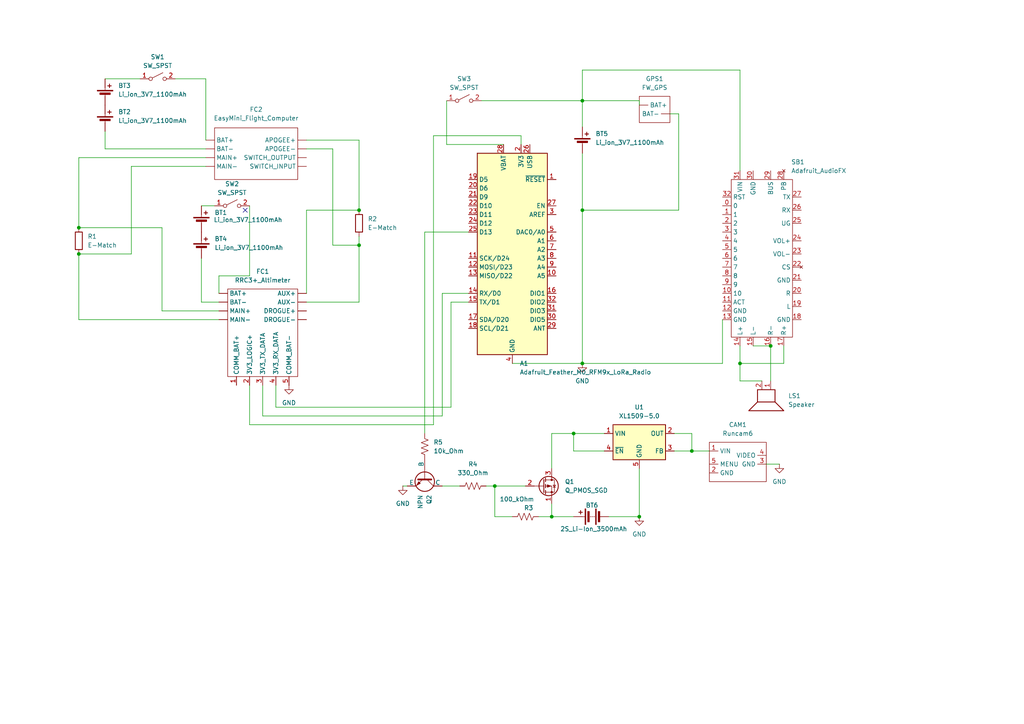
<source format=kicad_sch>
(kicad_sch
	(version 20250114)
	(generator "eeschema")
	(generator_version "9.0")
	(uuid "8f2bd258-43dc-4f84-bd90-cfc0b0a1167e")
	(paper "A4")
	(title_block
		(title "Avionics Bay")
		(date "2025-09-21")
		(rev "1")
		(company "UPenn High Powered Rocket")
	)
	(lib_symbols
		(symbol "Avionics_Devices:Adafruit_Audio_FX_Sound_Board_Sound_Board"
			(exclude_from_sim no)
			(in_bom yes)
			(on_board yes)
			(property "Reference" "SB1"
				(at 8.4933 26.67 0)
				(effects
					(font
						(size 1.27 1.27)
					)
					(justify left)
				)
			)
			(property "Value" "Adafruit_AudioFX"
				(at 8.4933 24.13 0)
				(effects
					(font
						(size 1.27 1.27)
					)
					(justify left)
				)
			)
			(property "Footprint" ""
				(at 0 0 0)
				(effects
					(font
						(size 1.27 1.27)
					)
					(hide yes)
				)
			)
			(property "Datasheet" "https://learn.adafruit.com/adafruit-audio-fx-sound-board/overview"
				(at 0 0 0)
				(effects
					(font
						(size 1.27 1.27)
					)
					(hide yes)
				)
			)
			(property "Description" ""
				(at 0 0 0)
				(effects
					(font
						(size 1.27 1.27)
					)
					(hide yes)
				)
			)
			(symbol "Adafruit_Audio_FX_Sound_Board_Sound_Board_0_1"
				(rectangle
					(start -8.89 21.59)
					(end 8.89 -24.13)
					(stroke
						(width 0)
						(type default)
					)
					(fill
						(type none)
					)
				)
			)
			(symbol "Adafruit_Audio_FX_Sound_Board_Sound_Board_1_1"
				(pin input line
					(at -11.43 16.51 0)
					(length 2.54)
					(name "RST"
						(effects
							(font
								(size 1.27 1.27)
							)
						)
					)
					(number "32"
						(effects
							(font
								(size 1.27 1.27)
							)
						)
					)
				)
				(pin input line
					(at -11.43 13.97 0)
					(length 2.54)
					(name "0"
						(effects
							(font
								(size 1.27 1.27)
							)
						)
					)
					(number "0"
						(effects
							(font
								(size 1.27 1.27)
							)
						)
					)
				)
				(pin input line
					(at -11.43 11.43 0)
					(length 2.54)
					(name "1"
						(effects
							(font
								(size 1.27 1.27)
							)
						)
					)
					(number "1"
						(effects
							(font
								(size 1.27 1.27)
							)
						)
					)
				)
				(pin input line
					(at -11.43 8.89 0)
					(length 2.54)
					(name "2"
						(effects
							(font
								(size 1.27 1.27)
							)
						)
					)
					(number "2"
						(effects
							(font
								(size 1.27 1.27)
							)
						)
					)
				)
				(pin input line
					(at -11.43 6.35 0)
					(length 2.54)
					(name "3"
						(effects
							(font
								(size 1.27 1.27)
							)
						)
					)
					(number "3"
						(effects
							(font
								(size 1.27 1.27)
							)
						)
					)
				)
				(pin input line
					(at -11.43 3.81 0)
					(length 2.54)
					(name "4"
						(effects
							(font
								(size 1.27 1.27)
							)
						)
					)
					(number "4"
						(effects
							(font
								(size 1.27 1.27)
							)
						)
					)
				)
				(pin input line
					(at -11.43 1.27 0)
					(length 2.54)
					(name "5"
						(effects
							(font
								(size 1.27 1.27)
							)
						)
					)
					(number "5"
						(effects
							(font
								(size 1.27 1.27)
							)
						)
					)
				)
				(pin input line
					(at -11.43 -1.27 0)
					(length 2.54)
					(name "6"
						(effects
							(font
								(size 1.27 1.27)
							)
						)
					)
					(number "6"
						(effects
							(font
								(size 1.27 1.27)
							)
						)
					)
				)
				(pin input line
					(at -11.43 -3.81 0)
					(length 2.54)
					(name "7"
						(effects
							(font
								(size 1.27 1.27)
							)
						)
					)
					(number "7"
						(effects
							(font
								(size 1.27 1.27)
							)
						)
					)
				)
				(pin input line
					(at -11.43 -6.35 0)
					(length 2.54)
					(name "8"
						(effects
							(font
								(size 1.27 1.27)
							)
						)
					)
					(number "8"
						(effects
							(font
								(size 1.27 1.27)
							)
						)
					)
				)
				(pin input line
					(at -11.43 -8.89 0)
					(length 2.54)
					(name "9"
						(effects
							(font
								(size 1.27 1.27)
							)
						)
					)
					(number "9"
						(effects
							(font
								(size 1.27 1.27)
							)
						)
					)
				)
				(pin input line
					(at -11.43 -11.43 0)
					(length 2.54)
					(name "10"
						(effects
							(font
								(size 1.27 1.27)
							)
						)
					)
					(number "10"
						(effects
							(font
								(size 1.27 1.27)
							)
						)
					)
				)
				(pin output line
					(at -11.43 -13.97 0)
					(length 2.54)
					(name "ACT"
						(effects
							(font
								(size 1.27 1.27)
							)
						)
					)
					(number "11"
						(effects
							(font
								(size 1.27 1.27)
							)
						)
					)
				)
				(pin power_in line
					(at -11.43 -16.51 0)
					(length 2.54)
					(name "GND"
						(effects
							(font
								(size 1.27 1.27)
							)
						)
					)
					(number "12"
						(effects
							(font
								(size 1.27 1.27)
							)
						)
					)
				)
				(pin power_in line
					(at -11.43 -19.05 0)
					(length 2.54)
					(name "GND"
						(effects
							(font
								(size 1.27 1.27)
							)
						)
					)
					(number "13"
						(effects
							(font
								(size 1.27 1.27)
							)
						)
					)
				)
				(pin power_in line
					(at -6.35 24.13 270)
					(length 2.54)
					(name "VIN"
						(effects
							(font
								(size 1.27 1.27)
							)
						)
					)
					(number "31"
						(effects
							(font
								(size 1.27 1.27)
							)
						)
					)
				)
				(pin output line
					(at -6.35 -26.67 90)
					(length 2.54)
					(name "L+"
						(effects
							(font
								(size 1.27 1.27)
							)
						)
					)
					(number "14"
						(effects
							(font
								(size 1.27 1.27)
							)
						)
					)
				)
				(pin power_in line
					(at -2.54 24.13 270)
					(length 2.54)
					(name "GND"
						(effects
							(font
								(size 1.27 1.27)
							)
						)
					)
					(number "30"
						(effects
							(font
								(size 1.27 1.27)
							)
						)
					)
				)
				(pin output line
					(at -2.54 -26.67 90)
					(length 2.54)
					(name "L-"
						(effects
							(font
								(size 1.27 1.27)
							)
						)
					)
					(number "15"
						(effects
							(font
								(size 1.27 1.27)
							)
						)
					)
				)
				(pin power_out line
					(at 2.54 24.13 270)
					(length 2.54)
					(name "BUS"
						(effects
							(font
								(size 1.27 1.27)
							)
						)
					)
					(number "29"
						(effects
							(font
								(size 1.27 1.27)
							)
						)
					)
				)
				(pin output line
					(at 2.54 -26.67 90)
					(length 2.54)
					(name "R-"
						(effects
							(font
								(size 1.27 1.27)
							)
						)
					)
					(number "16"
						(effects
							(font
								(size 1.27 1.27)
							)
						)
					)
				)
				(pin no_connect line
					(at 6.35 24.13 270)
					(length 2.54)
					(name "PB"
						(effects
							(font
								(size 1.27 1.27)
							)
						)
					)
					(number "28"
						(effects
							(font
								(size 1.27 1.27)
							)
						)
					)
				)
				(pin output line
					(at 6.35 -26.67 90)
					(length 2.54)
					(name "R+"
						(effects
							(font
								(size 1.27 1.27)
							)
						)
					)
					(number "17"
						(effects
							(font
								(size 1.27 1.27)
							)
						)
					)
				)
				(pin output line
					(at 11.43 16.51 180)
					(length 2.54)
					(name "TX"
						(effects
							(font
								(size 1.27 1.27)
							)
						)
					)
					(number "27"
						(effects
							(font
								(size 1.27 1.27)
							)
						)
					)
				)
				(pin input line
					(at 11.43 12.7 180)
					(length 2.54)
					(name "RX"
						(effects
							(font
								(size 1.27 1.27)
							)
						)
					)
					(number "26"
						(effects
							(font
								(size 1.27 1.27)
							)
						)
					)
				)
				(pin input line
					(at 11.43 8.89 180)
					(length 2.54)
					(name "UG"
						(effects
							(font
								(size 1.27 1.27)
							)
						)
					)
					(number "25"
						(effects
							(font
								(size 1.27 1.27)
							)
						)
					)
				)
				(pin input line
					(at 11.43 3.81 180)
					(length 2.54)
					(name "VOL+"
						(effects
							(font
								(size 1.27 1.27)
							)
						)
					)
					(number "24"
						(effects
							(font
								(size 1.27 1.27)
							)
						)
					)
				)
				(pin input line
					(at 11.43 0 180)
					(length 2.54)
					(name "VOL-"
						(effects
							(font
								(size 1.27 1.27)
							)
						)
					)
					(number "23"
						(effects
							(font
								(size 1.27 1.27)
							)
						)
					)
				)
				(pin no_connect line
					(at 11.43 -3.81 180)
					(length 2.54)
					(name "CS"
						(effects
							(font
								(size 1.27 1.27)
							)
						)
					)
					(number "22"
						(effects
							(font
								(size 1.27 1.27)
							)
						)
					)
				)
				(pin power_in line
					(at 11.43 -7.62 180)
					(length 2.54)
					(name "GND"
						(effects
							(font
								(size 1.27 1.27)
							)
						)
					)
					(number "21"
						(effects
							(font
								(size 1.27 1.27)
							)
						)
					)
				)
				(pin output line
					(at 11.43 -11.43 180)
					(length 2.54)
					(name "R"
						(effects
							(font
								(size 1.27 1.27)
							)
						)
					)
					(number "20"
						(effects
							(font
								(size 1.27 1.27)
							)
						)
					)
				)
				(pin output line
					(at 11.43 -15.24 180)
					(length 2.54)
					(name "L"
						(effects
							(font
								(size 1.27 1.27)
							)
						)
					)
					(number "19"
						(effects
							(font
								(size 1.27 1.27)
							)
						)
					)
				)
				(pin power_in line
					(at 11.43 -19.05 180)
					(length 2.54)
					(name "GND"
						(effects
							(font
								(size 1.27 1.27)
							)
						)
					)
					(number "18"
						(effects
							(font
								(size 1.27 1.27)
							)
						)
					)
				)
			)
			(embedded_fonts no)
		)
		(symbol "Avionics_Devices:EasyMini"
			(exclude_from_sim no)
			(in_bom yes)
			(on_board yes)
			(property "Reference" "FC"
				(at 10.668 9.144 0)
				(effects
					(font
						(size 1.27 1.27)
					)
				)
			)
			(property "Value" ""
				(at 0 0 0)
				(effects
					(font
						(size 1.27 1.27)
					)
				)
			)
			(property "Footprint" ""
				(at 0 0 0)
				(effects
					(font
						(size 1.27 1.27)
					)
					(hide yes)
				)
			)
			(property "Datasheet" ""
				(at 0 0 0)
				(effects
					(font
						(size 1.27 1.27)
					)
					(hide yes)
				)
			)
			(property "Description" ""
				(at 0 0 0)
				(effects
					(font
						(size 1.27 1.27)
					)
					(hide yes)
				)
			)
			(symbol "EasyMini_0_1"
				(rectangle
					(start -11.43 7.366)
					(end 12.7 -7.62)
					(stroke
						(width 0)
						(type default)
					)
					(fill
						(type none)
					)
				)
			)
			(symbol "EasyMini_1_1"
				(pin power_in line
					(at -13.97 3.81 0)
					(length 2.54)
					(name "BAT+"
						(effects
							(font
								(size 1.27 1.27)
							)
						)
					)
					(number ""
						(effects
							(font
								(size 1.27 1.27)
							)
						)
					)
				)
				(pin power_in line
					(at -13.97 1.27 0)
					(length 2.54)
					(name "BAT-"
						(effects
							(font
								(size 1.27 1.27)
							)
						)
					)
					(number ""
						(effects
							(font
								(size 1.27 1.27)
							)
						)
					)
				)
				(pin output line
					(at -13.97 -1.27 0)
					(length 2.54)
					(name "MAIN+"
						(effects
							(font
								(size 1.27 1.27)
							)
						)
					)
					(number ""
						(effects
							(font
								(size 1.27 1.27)
							)
						)
					)
				)
				(pin output line
					(at -13.97 -3.81 0)
					(length 2.54)
					(name "MAIN-"
						(effects
							(font
								(size 1.27 1.27)
							)
						)
					)
					(number ""
						(effects
							(font
								(size 1.27 1.27)
							)
						)
					)
				)
				(pin output line
					(at 15.24 3.81 180)
					(length 2.54)
					(name "APOGEE+"
						(effects
							(font
								(size 1.27 1.27)
							)
						)
					)
					(number ""
						(effects
							(font
								(size 1.27 1.27)
							)
						)
					)
				)
				(pin output line
					(at 15.24 1.27 180)
					(length 2.54)
					(name "APOGEE-"
						(effects
							(font
								(size 1.27 1.27)
							)
						)
					)
					(number ""
						(effects
							(font
								(size 1.27 1.27)
							)
						)
					)
				)
				(pin power_out line
					(at 15.24 -1.27 180)
					(length 2.54)
					(name "SWITCH_OUTPUT"
						(effects
							(font
								(size 1.27 1.27)
							)
						)
					)
					(number ""
						(effects
							(font
								(size 1.27 1.27)
							)
						)
					)
				)
				(pin power_in line
					(at 15.24 -3.81 180)
					(length 2.54)
					(name "SWITCH_INPUT"
						(effects
							(font
								(size 1.27 1.27)
							)
						)
					)
					(number ""
						(effects
							(font
								(size 1.27 1.27)
							)
						)
					)
				)
			)
			(embedded_fonts no)
		)
		(symbol "Avionics_Devices:Featherweight_GPS_Tracker"
			(exclude_from_sim no)
			(in_bom yes)
			(on_board yes)
			(property "Reference" "GPS"
				(at 2.032 5.842 0)
				(effects
					(font
						(size 1.27 1.27)
					)
				)
			)
			(property "Value" "FW_GPS"
				(at 0.254 3.556 0)
				(effects
					(font
						(size 1.27 1.27)
					)
				)
			)
			(property "Footprint" ""
				(at 0 0 0)
				(effects
					(font
						(size 1.27 1.27)
					)
					(hide yes)
				)
			)
			(property "Datasheet" "https://www.featherweightaltimeters.com/uploads/1/0/9/5/109510427/gps_tracker_manual_2025feb20b.pdf"
				(at 0 0 0)
				(effects
					(font
						(size 1.27 1.27)
					)
					(hide yes)
				)
			)
			(property "Description" ""
				(at 0 0 0)
				(effects
					(font
						(size 1.27 1.27)
					)
					(hide yes)
				)
			)
			(symbol "Featherweight_GPS_Tracker_0_1"
				(rectangle
					(start -5.08 2.54)
					(end 3.81 -5.08)
					(stroke
						(width 0)
						(type default)
					)
					(fill
						(type none)
					)
				)
			)
			(symbol "Featherweight_GPS_Tracker_1_1"
				(pin power_in line
					(at -5.08 0 0)
					(length 2.54)
					(name "BAT+"
						(effects
							(font
								(size 1.27 1.27)
							)
						)
					)
					(number ""
						(effects
							(font
								(size 1.27 1.27)
							)
						)
					)
				)
				(pin power_in line
					(at 3.81 -2.54 180)
					(length 2.54)
					(name "BAT-"
						(effects
							(font
								(size 1.27 1.27)
							)
						)
					)
					(number ""
						(effects
							(font
								(size 1.27 1.27)
							)
						)
					)
				)
			)
			(embedded_fonts no)
		)
		(symbol "Avionics_Devices:RRC3+_ALTIMETER"
			(exclude_from_sim no)
			(in_bom yes)
			(on_board yes)
			(property "Reference" "FC"
				(at 9.144 14.224 0)
				(effects
					(font
						(size 1.27 1.27)
					)
				)
			)
			(property "Value" ""
				(at 0 0 0)
				(effects
					(font
						(size 1.27 1.27)
					)
				)
			)
			(property "Footprint" ""
				(at 0 0 0)
				(effects
					(font
						(size 1.27 1.27)
					)
					(hide yes)
				)
			)
			(property "Datasheet" ""
				(at 0 0 0)
				(effects
					(font
						(size 1.27 1.27)
					)
					(hide yes)
				)
			)
			(property "Description" ""
				(at 0 0 0)
				(effects
					(font
						(size 1.27 1.27)
					)
					(hide yes)
				)
			)
			(symbol "RRC3+_ALTIMETER_0_1"
				(rectangle
					(start -10.16 12.7)
					(end 10.16 -12.7)
					(stroke
						(width 0)
						(type default)
					)
					(fill
						(type none)
					)
				)
			)
			(symbol "RRC3+_ALTIMETER_1_1"
				(pin power_in line
					(at -12.7 11.43 0)
					(length 2.54)
					(name "BAT+"
						(effects
							(font
								(size 1.27 1.27)
							)
						)
					)
					(number ""
						(effects
							(font
								(size 1.27 1.27)
							)
						)
					)
				)
				(pin power_in line
					(at -12.7 8.89 0)
					(length 2.54)
					(name "BAT-"
						(effects
							(font
								(size 1.27 1.27)
							)
						)
					)
					(number ""
						(effects
							(font
								(size 1.27 1.27)
							)
						)
					)
				)
				(pin output line
					(at -12.7 6.35 0)
					(length 2.54)
					(name "MAIN+"
						(effects
							(font
								(size 1.27 1.27)
							)
						)
					)
					(number ""
						(effects
							(font
								(size 1.27 1.27)
							)
						)
					)
				)
				(pin output line
					(at -12.7 3.81 0)
					(length 2.54)
					(name "MAIN-"
						(effects
							(font
								(size 1.27 1.27)
							)
						)
					)
					(number ""
						(effects
							(font
								(size 1.27 1.27)
							)
						)
					)
				)
				(pin power_in line
					(at -7.62 -15.24 90)
					(length 2.54)
					(name "COMM_BAT+"
						(effects
							(font
								(size 1.27 1.27)
							)
						)
					)
					(number "1"
						(effects
							(font
								(size 1.27 1.27)
							)
						)
					)
				)
				(pin bidirectional line
					(at -3.81 -15.24 90)
					(length 2.54)
					(name "3V3_LOGIC+"
						(effects
							(font
								(size 1.27 1.27)
							)
						)
					)
					(number "2"
						(effects
							(font
								(size 1.27 1.27)
							)
						)
					)
				)
				(pin output line
					(at 0 -15.24 90)
					(length 2.54)
					(name "3V3_TX_DATA"
						(effects
							(font
								(size 1.27 1.27)
							)
						)
					)
					(number "3"
						(effects
							(font
								(size 1.27 1.27)
							)
						)
					)
				)
				(pin input line
					(at 3.81 -15.24 90)
					(length 2.54)
					(name "3V3_RX_DATA"
						(effects
							(font
								(size 1.27 1.27)
							)
						)
					)
					(number "4"
						(effects
							(font
								(size 1.27 1.27)
							)
						)
					)
				)
				(pin power_in line
					(at 7.62 -15.24 90)
					(length 2.54)
					(name "COMM_BAT-"
						(effects
							(font
								(size 1.27 1.27)
							)
						)
					)
					(number "5"
						(effects
							(font
								(size 1.27 1.27)
							)
						)
					)
				)
				(pin output line
					(at 12.7 11.43 180)
					(length 2.54)
					(name "AUX+"
						(effects
							(font
								(size 1.27 1.27)
							)
						)
					)
					(number ""
						(effects
							(font
								(size 1.27 1.27)
							)
						)
					)
				)
				(pin output line
					(at 12.7 8.89 180)
					(length 2.54)
					(name "AUX-"
						(effects
							(font
								(size 1.27 1.27)
							)
						)
					)
					(number ""
						(effects
							(font
								(size 1.27 1.27)
							)
						)
					)
				)
				(pin output line
					(at 12.7 6.35 180)
					(length 2.54)
					(name "DROGUE+"
						(effects
							(font
								(size 1.27 1.27)
							)
						)
					)
					(number ""
						(effects
							(font
								(size 1.27 1.27)
							)
						)
					)
				)
				(pin output line
					(at 12.7 3.81 180)
					(length 2.54)
					(name "DROGUE-"
						(effects
							(font
								(size 1.27 1.27)
							)
						)
					)
					(number ""
						(effects
							(font
								(size 1.27 1.27)
							)
						)
					)
				)
			)
			(embedded_fonts no)
		)
		(symbol "Avionics_Devices:Runcam_Phoenix_Pro_2"
			(exclude_from_sim no)
			(in_bom yes)
			(on_board yes)
			(property "Reference" "CAM"
				(at 9.652 7.366 0)
				(effects
					(font
						(size 1.27 1.27)
					)
				)
			)
			(property "Value" "Phoenix_2_Pro_Camera"
				(at 0.762 6.096 0)
				(effects
					(font
						(size 1.27 1.27)
					)
				)
			)
			(property "Footprint" ""
				(at 0 0 0)
				(effects
					(font
						(size 1.27 1.27)
					)
					(hide yes)
				)
			)
			(property "Datasheet" "https://www.runcam.com/download/Phoenix2/Phoenix_2_Manual.pdf"
				(at 0 0 0)
				(effects
					(font
						(size 1.27 1.27)
					)
					(hide yes)
				)
			)
			(property "Description" ""
				(at 0 0 0)
				(effects
					(font
						(size 1.27 1.27)
					)
					(hide yes)
				)
			)
			(symbol "Runcam_Phoenix_Pro_2_0_1"
				(rectangle
					(start -5.08 5.08)
					(end 11.43 -6.35)
					(stroke
						(width 0)
						(type default)
					)
					(fill
						(type none)
					)
				)
			)
			(symbol "Runcam_Phoenix_Pro_2_1_1"
				(pin power_in line
					(at -5.08 2.54 0)
					(length 2.54)
					(name "VIN"
						(effects
							(font
								(size 1.27 1.27)
							)
						)
					)
					(number "1"
						(effects
							(font
								(size 1.27 1.27)
							)
						)
					)
				)
				(pin input line
					(at -5.08 -1.27 0)
					(length 2.54)
					(name "MENU"
						(effects
							(font
								(size 1.27 1.27)
							)
						)
					)
					(number "5"
						(effects
							(font
								(size 1.27 1.27)
							)
						)
					)
				)
				(pin power_in line
					(at -5.08 -3.81 0)
					(length 2.54)
					(name "GND"
						(effects
							(font
								(size 1.27 1.27)
							)
						)
					)
					(number "2"
						(effects
							(font
								(size 1.27 1.27)
							)
						)
					)
				)
				(pin output line
					(at 11.43 1.27 180)
					(length 2.54)
					(name "VIDEO"
						(effects
							(font
								(size 1.27 1.27)
							)
						)
					)
					(number "4"
						(effects
							(font
								(size 1.27 1.27)
							)
						)
					)
				)
				(pin power_in line
					(at 11.43 -1.27 180)
					(length 2.54)
					(name "GND"
						(effects
							(font
								(size 1.27 1.27)
							)
						)
					)
					(number "3"
						(effects
							(font
								(size 1.27 1.27)
							)
						)
					)
				)
			)
			(embedded_fonts no)
		)
		(symbol "Device:Battery"
			(pin_numbers
				(hide yes)
			)
			(pin_names
				(offset 0)
				(hide yes)
			)
			(exclude_from_sim no)
			(in_bom yes)
			(on_board yes)
			(property "Reference" "BT"
				(at 2.54 2.54 0)
				(effects
					(font
						(size 1.27 1.27)
					)
					(justify left)
				)
			)
			(property "Value" "Battery"
				(at 2.54 0 0)
				(effects
					(font
						(size 1.27 1.27)
					)
					(justify left)
				)
			)
			(property "Footprint" ""
				(at 0 1.524 90)
				(effects
					(font
						(size 1.27 1.27)
					)
					(hide yes)
				)
			)
			(property "Datasheet" "~"
				(at 0 1.524 90)
				(effects
					(font
						(size 1.27 1.27)
					)
					(hide yes)
				)
			)
			(property "Description" "Multiple-cell battery"
				(at 0 0 0)
				(effects
					(font
						(size 1.27 1.27)
					)
					(hide yes)
				)
			)
			(property "ki_keywords" "batt voltage-source cell"
				(at 0 0 0)
				(effects
					(font
						(size 1.27 1.27)
					)
					(hide yes)
				)
			)
			(symbol "Battery_0_1"
				(rectangle
					(start -2.286 1.778)
					(end 2.286 1.524)
					(stroke
						(width 0)
						(type default)
					)
					(fill
						(type outline)
					)
				)
				(rectangle
					(start -2.286 -1.27)
					(end 2.286 -1.524)
					(stroke
						(width 0)
						(type default)
					)
					(fill
						(type outline)
					)
				)
				(rectangle
					(start -1.524 1.016)
					(end 1.524 0.508)
					(stroke
						(width 0)
						(type default)
					)
					(fill
						(type outline)
					)
				)
				(rectangle
					(start -1.524 -2.032)
					(end 1.524 -2.54)
					(stroke
						(width 0)
						(type default)
					)
					(fill
						(type outline)
					)
				)
				(polyline
					(pts
						(xy 0 1.778) (xy 0 2.54)
					)
					(stroke
						(width 0)
						(type default)
					)
					(fill
						(type none)
					)
				)
				(polyline
					(pts
						(xy 0 0) (xy 0 0.254)
					)
					(stroke
						(width 0)
						(type default)
					)
					(fill
						(type none)
					)
				)
				(polyline
					(pts
						(xy 0 -0.508) (xy 0 -0.254)
					)
					(stroke
						(width 0)
						(type default)
					)
					(fill
						(type none)
					)
				)
				(polyline
					(pts
						(xy 0 -1.016) (xy 0 -0.762)
					)
					(stroke
						(width 0)
						(type default)
					)
					(fill
						(type none)
					)
				)
				(polyline
					(pts
						(xy 0.762 3.048) (xy 1.778 3.048)
					)
					(stroke
						(width 0.254)
						(type default)
					)
					(fill
						(type none)
					)
				)
				(polyline
					(pts
						(xy 1.27 3.556) (xy 1.27 2.54)
					)
					(stroke
						(width 0.254)
						(type default)
					)
					(fill
						(type none)
					)
				)
			)
			(symbol "Battery_1_1"
				(pin passive line
					(at 0 5.08 270)
					(length 2.54)
					(name "+"
						(effects
							(font
								(size 1.27 1.27)
							)
						)
					)
					(number "1"
						(effects
							(font
								(size 1.27 1.27)
							)
						)
					)
				)
				(pin passive line
					(at 0 -5.08 90)
					(length 2.54)
					(name "-"
						(effects
							(font
								(size 1.27 1.27)
							)
						)
					)
					(number "2"
						(effects
							(font
								(size 1.27 1.27)
							)
						)
					)
				)
			)
			(embedded_fonts no)
		)
		(symbol "Device:Battery_Cell"
			(pin_numbers
				(hide yes)
			)
			(pin_names
				(offset 0)
				(hide yes)
			)
			(exclude_from_sim no)
			(in_bom yes)
			(on_board yes)
			(property "Reference" "BT"
				(at 2.54 2.54 0)
				(effects
					(font
						(size 1.27 1.27)
					)
					(justify left)
				)
			)
			(property "Value" "Battery_Cell"
				(at 2.54 0 0)
				(effects
					(font
						(size 1.27 1.27)
					)
					(justify left)
				)
			)
			(property "Footprint" ""
				(at 0 1.524 90)
				(effects
					(font
						(size 1.27 1.27)
					)
					(hide yes)
				)
			)
			(property "Datasheet" "~"
				(at 0 1.524 90)
				(effects
					(font
						(size 1.27 1.27)
					)
					(hide yes)
				)
			)
			(property "Description" "Single-cell battery"
				(at 0 0 0)
				(effects
					(font
						(size 1.27 1.27)
					)
					(hide yes)
				)
			)
			(property "ki_keywords" "battery cell"
				(at 0 0 0)
				(effects
					(font
						(size 1.27 1.27)
					)
					(hide yes)
				)
			)
			(symbol "Battery_Cell_0_1"
				(rectangle
					(start -2.286 1.778)
					(end 2.286 1.524)
					(stroke
						(width 0)
						(type default)
					)
					(fill
						(type outline)
					)
				)
				(rectangle
					(start -1.524 1.016)
					(end 1.524 0.508)
					(stroke
						(width 0)
						(type default)
					)
					(fill
						(type outline)
					)
				)
				(polyline
					(pts
						(xy 0 1.778) (xy 0 2.54)
					)
					(stroke
						(width 0)
						(type default)
					)
					(fill
						(type none)
					)
				)
				(polyline
					(pts
						(xy 0 0.762) (xy 0 0)
					)
					(stroke
						(width 0)
						(type default)
					)
					(fill
						(type none)
					)
				)
				(polyline
					(pts
						(xy 0.762 3.048) (xy 1.778 3.048)
					)
					(stroke
						(width 0.254)
						(type default)
					)
					(fill
						(type none)
					)
				)
				(polyline
					(pts
						(xy 1.27 3.556) (xy 1.27 2.54)
					)
					(stroke
						(width 0.254)
						(type default)
					)
					(fill
						(type none)
					)
				)
			)
			(symbol "Battery_Cell_1_1"
				(pin passive line
					(at 0 5.08 270)
					(length 2.54)
					(name "+"
						(effects
							(font
								(size 1.27 1.27)
							)
						)
					)
					(number "1"
						(effects
							(font
								(size 1.27 1.27)
							)
						)
					)
				)
				(pin passive line
					(at 0 -2.54 90)
					(length 2.54)
					(name "-"
						(effects
							(font
								(size 1.27 1.27)
							)
						)
					)
					(number "2"
						(effects
							(font
								(size 1.27 1.27)
							)
						)
					)
				)
			)
			(embedded_fonts no)
		)
		(symbol "Device:R"
			(pin_numbers
				(hide yes)
			)
			(pin_names
				(offset 0)
			)
			(exclude_from_sim no)
			(in_bom yes)
			(on_board yes)
			(property "Reference" "R"
				(at 2.032 0 90)
				(effects
					(font
						(size 1.27 1.27)
					)
				)
			)
			(property "Value" "R"
				(at 0 0 90)
				(effects
					(font
						(size 1.27 1.27)
					)
				)
			)
			(property "Footprint" ""
				(at -1.778 0 90)
				(effects
					(font
						(size 1.27 1.27)
					)
					(hide yes)
				)
			)
			(property "Datasheet" "~"
				(at 0 0 0)
				(effects
					(font
						(size 1.27 1.27)
					)
					(hide yes)
				)
			)
			(property "Description" "Resistor"
				(at 0 0 0)
				(effects
					(font
						(size 1.27 1.27)
					)
					(hide yes)
				)
			)
			(property "ki_keywords" "R res resistor"
				(at 0 0 0)
				(effects
					(font
						(size 1.27 1.27)
					)
					(hide yes)
				)
			)
			(property "ki_fp_filters" "R_*"
				(at 0 0 0)
				(effects
					(font
						(size 1.27 1.27)
					)
					(hide yes)
				)
			)
			(symbol "R_0_1"
				(rectangle
					(start -1.016 -2.54)
					(end 1.016 2.54)
					(stroke
						(width 0.254)
						(type default)
					)
					(fill
						(type none)
					)
				)
			)
			(symbol "R_1_1"
				(pin passive line
					(at 0 3.81 270)
					(length 1.27)
					(name "~"
						(effects
							(font
								(size 1.27 1.27)
							)
						)
					)
					(number "1"
						(effects
							(font
								(size 1.27 1.27)
							)
						)
					)
				)
				(pin passive line
					(at 0 -3.81 90)
					(length 1.27)
					(name "~"
						(effects
							(font
								(size 1.27 1.27)
							)
						)
					)
					(number "2"
						(effects
							(font
								(size 1.27 1.27)
							)
						)
					)
				)
			)
			(embedded_fonts no)
		)
		(symbol "Device:R_US"
			(pin_numbers
				(hide yes)
			)
			(pin_names
				(offset 0)
			)
			(exclude_from_sim no)
			(in_bom yes)
			(on_board yes)
			(property "Reference" "R"
				(at 2.54 0 90)
				(effects
					(font
						(size 1.27 1.27)
					)
				)
			)
			(property "Value" "R_US"
				(at -2.54 0 90)
				(effects
					(font
						(size 1.27 1.27)
					)
				)
			)
			(property "Footprint" ""
				(at 1.016 -0.254 90)
				(effects
					(font
						(size 1.27 1.27)
					)
					(hide yes)
				)
			)
			(property "Datasheet" "~"
				(at 0 0 0)
				(effects
					(font
						(size 1.27 1.27)
					)
					(hide yes)
				)
			)
			(property "Description" "Resistor, US symbol"
				(at 0 0 0)
				(effects
					(font
						(size 1.27 1.27)
					)
					(hide yes)
				)
			)
			(property "ki_keywords" "R res resistor"
				(at 0 0 0)
				(effects
					(font
						(size 1.27 1.27)
					)
					(hide yes)
				)
			)
			(property "ki_fp_filters" "R_*"
				(at 0 0 0)
				(effects
					(font
						(size 1.27 1.27)
					)
					(hide yes)
				)
			)
			(symbol "R_US_0_1"
				(polyline
					(pts
						(xy 0 2.286) (xy 0 2.54)
					)
					(stroke
						(width 0)
						(type default)
					)
					(fill
						(type none)
					)
				)
				(polyline
					(pts
						(xy 0 2.286) (xy 1.016 1.905) (xy 0 1.524) (xy -1.016 1.143) (xy 0 0.762)
					)
					(stroke
						(width 0)
						(type default)
					)
					(fill
						(type none)
					)
				)
				(polyline
					(pts
						(xy 0 0.762) (xy 1.016 0.381) (xy 0 0) (xy -1.016 -0.381) (xy 0 -0.762)
					)
					(stroke
						(width 0)
						(type default)
					)
					(fill
						(type none)
					)
				)
				(polyline
					(pts
						(xy 0 -0.762) (xy 1.016 -1.143) (xy 0 -1.524) (xy -1.016 -1.905) (xy 0 -2.286)
					)
					(stroke
						(width 0)
						(type default)
					)
					(fill
						(type none)
					)
				)
				(polyline
					(pts
						(xy 0 -2.286) (xy 0 -2.54)
					)
					(stroke
						(width 0)
						(type default)
					)
					(fill
						(type none)
					)
				)
			)
			(symbol "R_US_1_1"
				(pin passive line
					(at 0 3.81 270)
					(length 1.27)
					(name "~"
						(effects
							(font
								(size 1.27 1.27)
							)
						)
					)
					(number "1"
						(effects
							(font
								(size 1.27 1.27)
							)
						)
					)
				)
				(pin passive line
					(at 0 -3.81 90)
					(length 1.27)
					(name "~"
						(effects
							(font
								(size 1.27 1.27)
							)
						)
					)
					(number "2"
						(effects
							(font
								(size 1.27 1.27)
							)
						)
					)
				)
			)
			(embedded_fonts no)
		)
		(symbol "Device:Speaker"
			(pin_names
				(offset 0)
				(hide yes)
			)
			(exclude_from_sim no)
			(in_bom yes)
			(on_board yes)
			(property "Reference" "LS"
				(at 1.27 5.715 0)
				(effects
					(font
						(size 1.27 1.27)
					)
					(justify right)
				)
			)
			(property "Value" "Speaker"
				(at 1.27 3.81 0)
				(effects
					(font
						(size 1.27 1.27)
					)
					(justify right)
				)
			)
			(property "Footprint" ""
				(at 0 -5.08 0)
				(effects
					(font
						(size 1.27 1.27)
					)
					(hide yes)
				)
			)
			(property "Datasheet" "~"
				(at -0.254 -1.27 0)
				(effects
					(font
						(size 1.27 1.27)
					)
					(hide yes)
				)
			)
			(property "Description" "Speaker"
				(at 0 0 0)
				(effects
					(font
						(size 1.27 1.27)
					)
					(hide yes)
				)
			)
			(property "ki_keywords" "speaker sound"
				(at 0 0 0)
				(effects
					(font
						(size 1.27 1.27)
					)
					(hide yes)
				)
			)
			(symbol "Speaker_0_0"
				(rectangle
					(start -2.54 1.27)
					(end 1.016 -3.81)
					(stroke
						(width 0.254)
						(type default)
					)
					(fill
						(type none)
					)
				)
				(polyline
					(pts
						(xy 1.016 1.27) (xy 3.556 3.81) (xy 3.556 -6.35) (xy 1.016 -3.81)
					)
					(stroke
						(width 0.254)
						(type default)
					)
					(fill
						(type none)
					)
				)
			)
			(symbol "Speaker_1_1"
				(pin input line
					(at -5.08 0 0)
					(length 2.54)
					(name "1"
						(effects
							(font
								(size 1.27 1.27)
							)
						)
					)
					(number "1"
						(effects
							(font
								(size 1.27 1.27)
							)
						)
					)
				)
				(pin input line
					(at -5.08 -2.54 0)
					(length 2.54)
					(name "2"
						(effects
							(font
								(size 1.27 1.27)
							)
						)
					)
					(number "2"
						(effects
							(font
								(size 1.27 1.27)
							)
						)
					)
				)
			)
			(embedded_fonts no)
		)
		(symbol "MCU_Module:Adafruit_Feather_M0_RFM9x_LoRa_Radio"
			(exclude_from_sim no)
			(in_bom yes)
			(on_board yes)
			(property "Reference" "A"
				(at -10.16 29.21 0)
				(effects
					(font
						(size 1.27 1.27)
					)
					(justify left)
				)
			)
			(property "Value" "Adafruit_Feather_M0_RFM9x_LoRa_Radio"
				(at 2.54 -31.75 0)
				(effects
					(font
						(size 1.27 1.27)
					)
					(justify left)
				)
			)
			(property "Footprint" "Module:Adafruit_Feather_M0_RFM"
				(at 2.54 -34.29 0)
				(effects
					(font
						(size 1.27 1.27)
					)
					(justify left)
					(hide yes)
				)
			)
			(property "Datasheet" "https://cdn-learn.adafruit.com/downloads/pdf/adafruit-feather-m0-radio-with-lora-radio-module.pdf"
				(at 0 -20.32 0)
				(effects
					(font
						(size 1.27 1.27)
					)
					(hide yes)
				)
			)
			(property "Description" "Microcontroller module with SAMD21 Cortex-M0 MCU and RFM9x Radio"
				(at 0 0 0)
				(effects
					(font
						(size 1.27 1.27)
					)
					(hide yes)
				)
			)
			(property "ki_keywords" "Adafruit feather microcontroller module USB M0 SAMD21 LoRa Radio"
				(at 0 0 0)
				(effects
					(font
						(size 1.27 1.27)
					)
					(hide yes)
				)
			)
			(property "ki_fp_filters" "Adafruit*Feather*"
				(at 0 0 0)
				(effects
					(font
						(size 1.27 1.27)
					)
					(hide yes)
				)
			)
			(symbol "Adafruit_Feather_M0_RFM9x_LoRa_Radio_0_1"
				(rectangle
					(start -10.16 27.94)
					(end 10.16 -30.48)
					(stroke
						(width 0.254)
						(type default)
					)
					(fill
						(type background)
					)
				)
			)
			(symbol "Adafruit_Feather_M0_RFM9x_LoRa_Radio_1_1"
				(pin bidirectional line
					(at -12.7 20.32 0)
					(length 2.54)
					(name "D5"
						(effects
							(font
								(size 1.27 1.27)
							)
						)
					)
					(number "19"
						(effects
							(font
								(size 1.27 1.27)
							)
						)
					)
				)
				(pin bidirectional line
					(at -12.7 17.78 0)
					(length 2.54)
					(name "D6"
						(effects
							(font
								(size 1.27 1.27)
							)
						)
					)
					(number "20"
						(effects
							(font
								(size 1.27 1.27)
							)
						)
					)
				)
				(pin bidirectional line
					(at -12.7 15.24 0)
					(length 2.54)
					(name "D9"
						(effects
							(font
								(size 1.27 1.27)
							)
						)
					)
					(number "21"
						(effects
							(font
								(size 1.27 1.27)
							)
						)
					)
				)
				(pin bidirectional line
					(at -12.7 12.7 0)
					(length 2.54)
					(name "D10"
						(effects
							(font
								(size 1.27 1.27)
							)
						)
					)
					(number "22"
						(effects
							(font
								(size 1.27 1.27)
							)
						)
					)
				)
				(pin bidirectional line
					(at -12.7 10.16 0)
					(length 2.54)
					(name "D11"
						(effects
							(font
								(size 1.27 1.27)
							)
						)
					)
					(number "23"
						(effects
							(font
								(size 1.27 1.27)
							)
						)
					)
				)
				(pin bidirectional line
					(at -12.7 7.62 0)
					(length 2.54)
					(name "D12"
						(effects
							(font
								(size 1.27 1.27)
							)
						)
					)
					(number "24"
						(effects
							(font
								(size 1.27 1.27)
							)
						)
					)
				)
				(pin bidirectional line
					(at -12.7 5.08 0)
					(length 2.54)
					(name "D13"
						(effects
							(font
								(size 1.27 1.27)
							)
						)
					)
					(number "25"
						(effects
							(font
								(size 1.27 1.27)
							)
						)
					)
				)
				(pin bidirectional line
					(at -12.7 -2.54 0)
					(length 2.54)
					(name "SCK/D24"
						(effects
							(font
								(size 1.27 1.27)
							)
						)
					)
					(number "11"
						(effects
							(font
								(size 1.27 1.27)
							)
						)
					)
				)
				(pin bidirectional line
					(at -12.7 -5.08 0)
					(length 2.54)
					(name "MOSI/D23"
						(effects
							(font
								(size 1.27 1.27)
							)
						)
					)
					(number "12"
						(effects
							(font
								(size 1.27 1.27)
							)
						)
					)
				)
				(pin bidirectional line
					(at -12.7 -7.62 0)
					(length 2.54)
					(name "MISO/D22"
						(effects
							(font
								(size 1.27 1.27)
							)
						)
					)
					(number "13"
						(effects
							(font
								(size 1.27 1.27)
							)
						)
					)
				)
				(pin bidirectional line
					(at -12.7 -12.7 0)
					(length 2.54)
					(name "RX/D0"
						(effects
							(font
								(size 1.27 1.27)
							)
						)
					)
					(number "14"
						(effects
							(font
								(size 1.27 1.27)
							)
						)
					)
				)
				(pin bidirectional line
					(at -12.7 -15.24 0)
					(length 2.54)
					(name "TX/D1"
						(effects
							(font
								(size 1.27 1.27)
							)
						)
					)
					(number "15"
						(effects
							(font
								(size 1.27 1.27)
							)
						)
					)
				)
				(pin bidirectional line
					(at -12.7 -20.32 0)
					(length 2.54)
					(name "SDA/D20"
						(effects
							(font
								(size 1.27 1.27)
							)
						)
					)
					(number "17"
						(effects
							(font
								(size 1.27 1.27)
							)
						)
					)
				)
				(pin bidirectional line
					(at -12.7 -22.86 0)
					(length 2.54)
					(name "SCL/D21"
						(effects
							(font
								(size 1.27 1.27)
							)
						)
					)
					(number "18"
						(effects
							(font
								(size 1.27 1.27)
							)
						)
					)
				)
				(pin power_in line
					(at -2.54 30.48 270)
					(length 2.54)
					(name "VBAT"
						(effects
							(font
								(size 1.27 1.27)
							)
						)
					)
					(number "28"
						(effects
							(font
								(size 1.27 1.27)
							)
						)
					)
				)
				(pin power_in line
					(at 0 -33.02 90)
					(length 2.54)
					(name "GND"
						(effects
							(font
								(size 1.27 1.27)
							)
						)
					)
					(number "4"
						(effects
							(font
								(size 1.27 1.27)
							)
						)
					)
				)
				(pin power_in line
					(at 2.54 30.48 270)
					(length 2.54)
					(name "3V3"
						(effects
							(font
								(size 1.27 1.27)
							)
						)
					)
					(number "2"
						(effects
							(font
								(size 1.27 1.27)
							)
						)
					)
				)
				(pin power_in line
					(at 5.08 30.48 270)
					(length 2.54)
					(name "USB"
						(effects
							(font
								(size 1.27 1.27)
							)
						)
					)
					(number "26"
						(effects
							(font
								(size 1.27 1.27)
							)
						)
					)
				)
				(pin input line
					(at 12.7 20.32 180)
					(length 2.54)
					(name "~{RESET}"
						(effects
							(font
								(size 1.27 1.27)
							)
						)
					)
					(number "1"
						(effects
							(font
								(size 1.27 1.27)
							)
						)
					)
				)
				(pin input line
					(at 12.7 12.7 180)
					(length 2.54)
					(name "EN"
						(effects
							(font
								(size 1.27 1.27)
							)
						)
					)
					(number "27"
						(effects
							(font
								(size 1.27 1.27)
							)
						)
					)
				)
				(pin input line
					(at 12.7 10.16 180)
					(length 2.54)
					(name "AREF"
						(effects
							(font
								(size 1.27 1.27)
							)
						)
					)
					(number "3"
						(effects
							(font
								(size 1.27 1.27)
							)
						)
					)
				)
				(pin bidirectional line
					(at 12.7 5.08 180)
					(length 2.54)
					(name "DAC0/A0"
						(effects
							(font
								(size 1.27 1.27)
							)
						)
					)
					(number "5"
						(effects
							(font
								(size 1.27 1.27)
							)
						)
					)
				)
				(pin bidirectional line
					(at 12.7 2.54 180)
					(length 2.54)
					(name "A1"
						(effects
							(font
								(size 1.27 1.27)
							)
						)
					)
					(number "6"
						(effects
							(font
								(size 1.27 1.27)
							)
						)
					)
				)
				(pin bidirectional line
					(at 12.7 0 180)
					(length 2.54)
					(name "A2"
						(effects
							(font
								(size 1.27 1.27)
							)
						)
					)
					(number "7"
						(effects
							(font
								(size 1.27 1.27)
							)
						)
					)
				)
				(pin bidirectional line
					(at 12.7 -2.54 180)
					(length 2.54)
					(name "A3"
						(effects
							(font
								(size 1.27 1.27)
							)
						)
					)
					(number "8"
						(effects
							(font
								(size 1.27 1.27)
							)
						)
					)
				)
				(pin bidirectional line
					(at 12.7 -5.08 180)
					(length 2.54)
					(name "A4"
						(effects
							(font
								(size 1.27 1.27)
							)
						)
					)
					(number "9"
						(effects
							(font
								(size 1.27 1.27)
							)
						)
					)
				)
				(pin bidirectional line
					(at 12.7 -7.62 180)
					(length 2.54)
					(name "A5"
						(effects
							(font
								(size 1.27 1.27)
							)
						)
					)
					(number "10"
						(effects
							(font
								(size 1.27 1.27)
							)
						)
					)
				)
				(pin bidirectional line
					(at 12.7 -12.7 180)
					(length 2.54)
					(name "DIO1"
						(effects
							(font
								(size 1.27 1.27)
							)
						)
					)
					(number "16"
						(effects
							(font
								(size 1.27 1.27)
							)
						)
					)
				)
				(pin bidirectional line
					(at 12.7 -15.24 180)
					(length 2.54)
					(name "DIO2"
						(effects
							(font
								(size 1.27 1.27)
							)
						)
					)
					(number "32"
						(effects
							(font
								(size 1.27 1.27)
							)
						)
					)
				)
				(pin bidirectional line
					(at 12.7 -17.78 180)
					(length 2.54)
					(name "DIO3"
						(effects
							(font
								(size 1.27 1.27)
							)
						)
					)
					(number "31"
						(effects
							(font
								(size 1.27 1.27)
							)
						)
					)
				)
				(pin bidirectional line
					(at 12.7 -20.32 180)
					(length 2.54)
					(name "DIO5"
						(effects
							(font
								(size 1.27 1.27)
							)
						)
					)
					(number "30"
						(effects
							(font
								(size 1.27 1.27)
							)
						)
					)
				)
				(pin bidirectional line
					(at 12.7 -22.86 180)
					(length 2.54)
					(name "ANT"
						(effects
							(font
								(size 1.27 1.27)
							)
						)
					)
					(number "29"
						(effects
							(font
								(size 1.27 1.27)
							)
						)
					)
				)
			)
			(embedded_fonts no)
		)
		(symbol "Regulator_Switching:XL1509-5.0"
			(exclude_from_sim no)
			(in_bom yes)
			(on_board yes)
			(property "Reference" "U"
				(at -7.112 6.096 0)
				(effects
					(font
						(size 1.27 1.27)
					)
				)
			)
			(property "Value" "XL1509-5.0"
				(at 5.842 6.096 0)
				(effects
					(font
						(size 1.27 1.27)
					)
				)
			)
			(property "Footprint" "Package_SO:SOIC-8_3.9x4.9mm_P1.27mm"
				(at 0 8.382 0)
				(effects
					(font
						(size 1.27 1.27)
					)
					(hide yes)
				)
			)
			(property "Datasheet" "https://datasheet.lcsc.com/lcsc/1809050422_XLSEMI-XL1509-5-0E1_C61063.pdf"
				(at 2.54 10.668 0)
				(effects
					(font
						(size 1.27 1.27)
					)
					(hide yes)
				)
			)
			(property "Description" "Buck DC/DC Converter, 2A, 5V Output Voltage, 7-40V Input Voltage"
				(at 0 0 0)
				(effects
					(font
						(size 1.27 1.27)
					)
					(hide yes)
				)
			)
			(property "ki_keywords" "Buck DC/DC Converter"
				(at 0 0 0)
				(effects
					(font
						(size 1.27 1.27)
					)
					(hide yes)
				)
			)
			(property "ki_fp_filters" "SOIC*3.9x4.9mm*P1.27mm*"
				(at 0 0 0)
				(effects
					(font
						(size 1.27 1.27)
					)
					(hide yes)
				)
			)
			(symbol "XL1509-5.0_0_1"
				(rectangle
					(start -7.62 5.08)
					(end 7.62 -5.08)
					(stroke
						(width 0.254)
						(type default)
					)
					(fill
						(type background)
					)
				)
			)
			(symbol "XL1509-5.0_1_1"
				(pin power_in line
					(at -10.16 2.54 0)
					(length 2.54)
					(name "VIN"
						(effects
							(font
								(size 1.27 1.27)
							)
						)
					)
					(number "1"
						(effects
							(font
								(size 1.27 1.27)
							)
						)
					)
				)
				(pin input line
					(at -10.16 -2.54 0)
					(length 2.54)
					(name "~{EN}"
						(effects
							(font
								(size 1.27 1.27)
							)
						)
					)
					(number "4"
						(effects
							(font
								(size 1.27 1.27)
							)
						)
					)
				)
				(pin power_in line
					(at 0 -7.62 90)
					(length 2.54)
					(name "GND"
						(effects
							(font
								(size 1.27 1.27)
							)
						)
					)
					(number "5"
						(effects
							(font
								(size 1.27 1.27)
							)
						)
					)
				)
				(pin passive line
					(at 0 -7.62 90)
					(length 2.54)
					(hide yes)
					(name "GND"
						(effects
							(font
								(size 1.27 1.27)
							)
						)
					)
					(number "6"
						(effects
							(font
								(size 1.27 1.27)
							)
						)
					)
				)
				(pin passive line
					(at 0 -7.62 90)
					(length 2.54)
					(hide yes)
					(name "GND"
						(effects
							(font
								(size 1.27 1.27)
							)
						)
					)
					(number "7"
						(effects
							(font
								(size 1.27 1.27)
							)
						)
					)
				)
				(pin passive line
					(at 0 -7.62 90)
					(length 2.54)
					(hide yes)
					(name "GND"
						(effects
							(font
								(size 1.27 1.27)
							)
						)
					)
					(number "8"
						(effects
							(font
								(size 1.27 1.27)
							)
						)
					)
				)
				(pin power_out line
					(at 10.16 2.54 180)
					(length 2.54)
					(name "OUT"
						(effects
							(font
								(size 1.27 1.27)
							)
						)
					)
					(number "2"
						(effects
							(font
								(size 1.27 1.27)
							)
						)
					)
				)
				(pin input line
					(at 10.16 -2.54 180)
					(length 2.54)
					(name "FB"
						(effects
							(font
								(size 1.27 1.27)
							)
						)
					)
					(number "3"
						(effects
							(font
								(size 1.27 1.27)
							)
						)
					)
				)
			)
			(embedded_fonts no)
		)
		(symbol "Simulation_SPICE:NPN"
			(pin_numbers
				(hide yes)
			)
			(pin_names
				(offset 0)
			)
			(exclude_from_sim no)
			(in_bom yes)
			(on_board yes)
			(property "Reference" "Q"
				(at -2.54 7.62 0)
				(effects
					(font
						(size 1.27 1.27)
					)
				)
			)
			(property "Value" "NPN"
				(at -2.54 5.08 0)
				(effects
					(font
						(size 1.27 1.27)
					)
				)
			)
			(property "Footprint" ""
				(at 63.5 0 0)
				(effects
					(font
						(size 1.27 1.27)
					)
					(hide yes)
				)
			)
			(property "Datasheet" "https://ngspice.sourceforge.io/docs/ngspice-html-manual/manual.xhtml#cha_BJTs"
				(at 63.5 0 0)
				(effects
					(font
						(size 1.27 1.27)
					)
					(hide yes)
				)
			)
			(property "Description" "Bipolar transistor symbol for simulation only, substrate tied to the emitter"
				(at 0 0 0)
				(effects
					(font
						(size 1.27 1.27)
					)
					(hide yes)
				)
			)
			(property "Sim.Device" "NPN"
				(at 0 0 0)
				(effects
					(font
						(size 1.27 1.27)
					)
					(hide yes)
				)
			)
			(property "Sim.Type" "GUMMELPOON"
				(at 0 0 0)
				(effects
					(font
						(size 1.27 1.27)
					)
					(hide yes)
				)
			)
			(property "Sim.Pins" "1=C 2=B 3=E"
				(at 0 0 0)
				(effects
					(font
						(size 1.27 1.27)
					)
					(hide yes)
				)
			)
			(property "ki_keywords" "simulation"
				(at 0 0 0)
				(effects
					(font
						(size 1.27 1.27)
					)
					(hide yes)
				)
			)
			(symbol "NPN_0_1"
				(polyline
					(pts
						(xy -2.54 0) (xy 0.635 0)
					)
					(stroke
						(width 0.1524)
						(type default)
					)
					(fill
						(type none)
					)
				)
				(polyline
					(pts
						(xy 0.635 1.905) (xy 0.635 -1.905) (xy 0.635 -1.905)
					)
					(stroke
						(width 0.508)
						(type default)
					)
					(fill
						(type none)
					)
				)
				(polyline
					(pts
						(xy 0.635 0.635) (xy 2.54 2.54)
					)
					(stroke
						(width 0)
						(type default)
					)
					(fill
						(type none)
					)
				)
				(polyline
					(pts
						(xy 0.635 -0.635) (xy 2.54 -2.54) (xy 2.54 -2.54)
					)
					(stroke
						(width 0)
						(type default)
					)
					(fill
						(type none)
					)
				)
				(circle
					(center 1.27 0)
					(radius 2.8194)
					(stroke
						(width 0.254)
						(type default)
					)
					(fill
						(type none)
					)
				)
				(polyline
					(pts
						(xy 1.27 -1.778) (xy 1.778 -1.27) (xy 2.286 -2.286) (xy 1.27 -1.778) (xy 1.27 -1.778)
					)
					(stroke
						(width 0)
						(type default)
					)
					(fill
						(type outline)
					)
				)
				(polyline
					(pts
						(xy 2.794 -1.27) (xy 2.794 -1.27)
					)
					(stroke
						(width 0.1524)
						(type default)
					)
					(fill
						(type none)
					)
				)
				(polyline
					(pts
						(xy 2.794 -1.27) (xy 2.794 -1.27)
					)
					(stroke
						(width 0.1524)
						(type default)
					)
					(fill
						(type none)
					)
				)
			)
			(symbol "NPN_1_1"
				(pin input line
					(at -5.08 0 0)
					(length 2.54)
					(name "B"
						(effects
							(font
								(size 1.27 1.27)
							)
						)
					)
					(number "2"
						(effects
							(font
								(size 1.27 1.27)
							)
						)
					)
				)
				(pin open_collector line
					(at 2.54 5.08 270)
					(length 2.54)
					(name "C"
						(effects
							(font
								(size 1.27 1.27)
							)
						)
					)
					(number "1"
						(effects
							(font
								(size 1.27 1.27)
							)
						)
					)
				)
				(pin open_emitter line
					(at 2.54 -5.08 90)
					(length 2.54)
					(name "E"
						(effects
							(font
								(size 1.27 1.27)
							)
						)
					)
					(number "3"
						(effects
							(font
								(size 1.27 1.27)
							)
						)
					)
				)
			)
			(embedded_fonts no)
		)
		(symbol "Switch:SW_SPST"
			(pin_names
				(offset 0)
				(hide yes)
			)
			(exclude_from_sim no)
			(in_bom yes)
			(on_board yes)
			(property "Reference" "SW"
				(at 0 3.175 0)
				(effects
					(font
						(size 1.27 1.27)
					)
				)
			)
			(property "Value" "SW_SPST"
				(at 0 -2.54 0)
				(effects
					(font
						(size 1.27 1.27)
					)
				)
			)
			(property "Footprint" ""
				(at 0 0 0)
				(effects
					(font
						(size 1.27 1.27)
					)
					(hide yes)
				)
			)
			(property "Datasheet" "~"
				(at 0 0 0)
				(effects
					(font
						(size 1.27 1.27)
					)
					(hide yes)
				)
			)
			(property "Description" "Single Pole Single Throw (SPST) switch"
				(at 0 0 0)
				(effects
					(font
						(size 1.27 1.27)
					)
					(hide yes)
				)
			)
			(property "ki_keywords" "switch lever"
				(at 0 0 0)
				(effects
					(font
						(size 1.27 1.27)
					)
					(hide yes)
				)
			)
			(symbol "SW_SPST_0_0"
				(circle
					(center -2.032 0)
					(radius 0.508)
					(stroke
						(width 0)
						(type default)
					)
					(fill
						(type none)
					)
				)
				(polyline
					(pts
						(xy -1.524 0.254) (xy 1.524 1.778)
					)
					(stroke
						(width 0)
						(type default)
					)
					(fill
						(type none)
					)
				)
				(circle
					(center 2.032 0)
					(radius 0.508)
					(stroke
						(width 0)
						(type default)
					)
					(fill
						(type none)
					)
				)
			)
			(symbol "SW_SPST_1_1"
				(pin passive line
					(at -5.08 0 0)
					(length 2.54)
					(name "A"
						(effects
							(font
								(size 1.27 1.27)
							)
						)
					)
					(number "1"
						(effects
							(font
								(size 1.27 1.27)
							)
						)
					)
				)
				(pin passive line
					(at 5.08 0 180)
					(length 2.54)
					(name "B"
						(effects
							(font
								(size 1.27 1.27)
							)
						)
					)
					(number "2"
						(effects
							(font
								(size 1.27 1.27)
							)
						)
					)
				)
			)
			(embedded_fonts no)
		)
		(symbol "Transistor_FET:Q_PMOS_SGD"
			(pin_names
				(offset 0)
				(hide yes)
			)
			(exclude_from_sim no)
			(in_bom yes)
			(on_board yes)
			(property "Reference" "Q"
				(at 5.08 1.905 0)
				(effects
					(font
						(size 1.27 1.27)
					)
					(justify left)
				)
			)
			(property "Value" "Q_PMOS_SGD"
				(at 5.08 0 0)
				(effects
					(font
						(size 1.27 1.27)
					)
					(justify left)
				)
			)
			(property "Footprint" ""
				(at 5.08 2.54 0)
				(effects
					(font
						(size 1.27 1.27)
					)
					(hide yes)
				)
			)
			(property "Datasheet" "~"
				(at 0 0 0)
				(effects
					(font
						(size 1.27 1.27)
					)
					(hide yes)
				)
			)
			(property "Description" "P-MOSFET transistor, source/gate/drain"
				(at 0 0 0)
				(effects
					(font
						(size 1.27 1.27)
					)
					(hide yes)
				)
			)
			(property "ki_keywords" "transistor PMOS P-MOS P-MOSFET"
				(at 0 0 0)
				(effects
					(font
						(size 1.27 1.27)
					)
					(hide yes)
				)
			)
			(symbol "Q_PMOS_SGD_0_1"
				(polyline
					(pts
						(xy 0.254 1.905) (xy 0.254 -1.905)
					)
					(stroke
						(width 0.254)
						(type default)
					)
					(fill
						(type none)
					)
				)
				(polyline
					(pts
						(xy 0.254 0) (xy -2.54 0)
					)
					(stroke
						(width 0)
						(type default)
					)
					(fill
						(type none)
					)
				)
				(polyline
					(pts
						(xy 0.762 2.286) (xy 0.762 1.27)
					)
					(stroke
						(width 0.254)
						(type default)
					)
					(fill
						(type none)
					)
				)
				(polyline
					(pts
						(xy 0.762 1.778) (xy 3.302 1.778) (xy 3.302 -1.778) (xy 0.762 -1.778)
					)
					(stroke
						(width 0)
						(type default)
					)
					(fill
						(type none)
					)
				)
				(polyline
					(pts
						(xy 0.762 0.508) (xy 0.762 -0.508)
					)
					(stroke
						(width 0.254)
						(type default)
					)
					(fill
						(type none)
					)
				)
				(polyline
					(pts
						(xy 0.762 -1.27) (xy 0.762 -2.286)
					)
					(stroke
						(width 0.254)
						(type default)
					)
					(fill
						(type none)
					)
				)
				(circle
					(center 1.651 0)
					(radius 2.794)
					(stroke
						(width 0.254)
						(type default)
					)
					(fill
						(type none)
					)
				)
				(polyline
					(pts
						(xy 2.286 0) (xy 1.27 0.381) (xy 1.27 -0.381) (xy 2.286 0)
					)
					(stroke
						(width 0)
						(type default)
					)
					(fill
						(type outline)
					)
				)
				(polyline
					(pts
						(xy 2.54 2.54) (xy 2.54 1.778)
					)
					(stroke
						(width 0)
						(type default)
					)
					(fill
						(type none)
					)
				)
				(circle
					(center 2.54 1.778)
					(radius 0.254)
					(stroke
						(width 0)
						(type default)
					)
					(fill
						(type outline)
					)
				)
				(circle
					(center 2.54 -1.778)
					(radius 0.254)
					(stroke
						(width 0)
						(type default)
					)
					(fill
						(type outline)
					)
				)
				(polyline
					(pts
						(xy 2.54 -2.54) (xy 2.54 0) (xy 0.762 0)
					)
					(stroke
						(width 0)
						(type default)
					)
					(fill
						(type none)
					)
				)
				(polyline
					(pts
						(xy 2.921 -0.381) (xy 3.683 -0.381)
					)
					(stroke
						(width 0)
						(type default)
					)
					(fill
						(type none)
					)
				)
				(polyline
					(pts
						(xy 3.302 -0.381) (xy 2.921 0.254) (xy 3.683 0.254) (xy 3.302 -0.381)
					)
					(stroke
						(width 0)
						(type default)
					)
					(fill
						(type none)
					)
				)
			)
			(symbol "Q_PMOS_SGD_1_1"
				(pin input line
					(at -5.08 0 0)
					(length 2.54)
					(name "G"
						(effects
							(font
								(size 1.27 1.27)
							)
						)
					)
					(number "2"
						(effects
							(font
								(size 1.27 1.27)
							)
						)
					)
				)
				(pin passive line
					(at 2.54 5.08 270)
					(length 2.54)
					(name "D"
						(effects
							(font
								(size 1.27 1.27)
							)
						)
					)
					(number "3"
						(effects
							(font
								(size 1.27 1.27)
							)
						)
					)
				)
				(pin passive line
					(at 2.54 -5.08 90)
					(length 2.54)
					(name "S"
						(effects
							(font
								(size 1.27 1.27)
							)
						)
					)
					(number "1"
						(effects
							(font
								(size 1.27 1.27)
							)
						)
					)
				)
			)
			(embedded_fonts no)
		)
		(symbol "power:GND"
			(power)
			(pin_numbers
				(hide yes)
			)
			(pin_names
				(offset 0)
				(hide yes)
			)
			(exclude_from_sim no)
			(in_bom yes)
			(on_board yes)
			(property "Reference" "#PWR"
				(at 0 -6.35 0)
				(effects
					(font
						(size 1.27 1.27)
					)
					(hide yes)
				)
			)
			(property "Value" "GND"
				(at 0 -3.81 0)
				(effects
					(font
						(size 1.27 1.27)
					)
				)
			)
			(property "Footprint" ""
				(at 0 0 0)
				(effects
					(font
						(size 1.27 1.27)
					)
					(hide yes)
				)
			)
			(property "Datasheet" ""
				(at 0 0 0)
				(effects
					(font
						(size 1.27 1.27)
					)
					(hide yes)
				)
			)
			(property "Description" "Power symbol creates a global label with name \"GND\" , ground"
				(at 0 0 0)
				(effects
					(font
						(size 1.27 1.27)
					)
					(hide yes)
				)
			)
			(property "ki_keywords" "global power"
				(at 0 0 0)
				(effects
					(font
						(size 1.27 1.27)
					)
					(hide yes)
				)
			)
			(symbol "GND_0_1"
				(polyline
					(pts
						(xy 0 0) (xy 0 -1.27) (xy 1.27 -1.27) (xy 0 -2.54) (xy -1.27 -1.27) (xy 0 -1.27)
					)
					(stroke
						(width 0)
						(type default)
					)
					(fill
						(type none)
					)
				)
			)
			(symbol "GND_1_1"
				(pin power_in line
					(at 0 0 270)
					(length 0)
					(name "~"
						(effects
							(font
								(size 1.27 1.27)
							)
						)
					)
					(number "1"
						(effects
							(font
								(size 1.27 1.27)
							)
						)
					)
				)
			)
			(embedded_fonts no)
		)
	)
	(junction
		(at 22.86 73.66)
		(diameter 0)
		(color 0 0 0 0)
		(uuid "0deb2900-a095-4e00-ae90-9100b5e9c703")
	)
	(junction
		(at 168.91 105.41)
		(diameter 0)
		(color 0 0 0 0)
		(uuid "1fbcc2a8-fd9f-4fc3-8ce4-e158308b24c4")
	)
	(junction
		(at 104.14 71.12)
		(diameter 0)
		(color 0 0 0 0)
		(uuid "23e7f97b-38d8-4981-8e07-dd8ee53e6f92")
	)
	(junction
		(at 168.91 29.21)
		(diameter 0)
		(color 0 0 0 0)
		(uuid "285c8d33-8b7e-47bd-8f6c-dd91d8d6ced9")
	)
	(junction
		(at 22.86 66.04)
		(diameter 0)
		(color 0 0 0 0)
		(uuid "2ec683be-8e75-4965-bdb4-277ffd56127f")
	)
	(junction
		(at 185.42 149.86)
		(diameter 0)
		(color 0 0 0 0)
		(uuid "343104e4-ad39-4da4-997c-af1b8b8fa33b")
	)
	(junction
		(at 104.14 60.96)
		(diameter 0)
		(color 0 0 0 0)
		(uuid "59aaa97a-21b1-47df-951f-2a73643d21b6")
	)
	(junction
		(at 160.02 149.86)
		(diameter 0)
		(color 0 0 0 0)
		(uuid "5b4934e6-b2b3-43b3-9a4a-1eb036b415a1")
	)
	(junction
		(at 200.66 130.81)
		(diameter 0)
		(color 0 0 0 0)
		(uuid "795ca818-412c-40b9-9f4c-95e4f28da930")
	)
	(junction
		(at 214.63 105.41)
		(diameter 0)
		(color 0 0 0 0)
		(uuid "8d82b7a1-ae60-4fa6-8f53-c59ee4ea23b2")
	)
	(junction
		(at 223.52 100.33)
		(diameter 0)
		(color 0 0 0 0)
		(uuid "c15ddb1e-a81a-4e6b-b2b4-b7e884025cb9")
	)
	(junction
		(at 166.37 125.73)
		(diameter 0)
		(color 0 0 0 0)
		(uuid "d3b433d8-d7c7-4b49-bc14-e379f3534625")
	)
	(junction
		(at 143.51 140.97)
		(diameter 0)
		(color 0 0 0 0)
		(uuid "dcd56f7d-e43f-498e-b520-7a514a68666b")
	)
	(junction
		(at 168.91 60.96)
		(diameter 0)
		(color 0 0 0 0)
		(uuid "f8d1bb2d-53c3-4fb6-ab04-e36e3b957a91")
	)
	(no_connect
		(at 71.12 60.96)
		(uuid "aecf0e33-0084-4b35-9f99-cd0b4172bb0c")
	)
	(wire
		(pts
			(xy 128.27 85.09) (xy 135.89 85.09)
		)
		(stroke
			(width 0)
			(type default)
		)
		(uuid "020fe3e9-2d1d-4677-bc35-877dcf170191")
	)
	(wire
		(pts
			(xy 226.06 134.62) (xy 222.25 134.62)
		)
		(stroke
			(width 0)
			(type default)
		)
		(uuid "04f0a9c5-0ea8-4a7f-b28a-06a75c4fb311")
	)
	(wire
		(pts
			(xy 38.1 48.26) (xy 59.69 48.26)
		)
		(stroke
			(width 0)
			(type default)
		)
		(uuid "0729adb4-be3b-4c04-a845-aa44b461268a")
	)
	(wire
		(pts
			(xy 151.13 39.37) (xy 151.13 41.91)
		)
		(stroke
			(width 0)
			(type default)
		)
		(uuid "0a0fd322-c0f7-4af1-828f-629d10406dbd")
	)
	(wire
		(pts
			(xy 166.37 130.81) (xy 166.37 125.73)
		)
		(stroke
			(width 0)
			(type default)
		)
		(uuid "0b84ddac-5f75-473b-a2bc-f8ba251fe5d2")
	)
	(wire
		(pts
			(xy 104.14 40.64) (xy 88.9 40.64)
		)
		(stroke
			(width 0)
			(type default)
		)
		(uuid "0c55bb75-cfeb-47d9-906a-2325fdefeea6")
	)
	(wire
		(pts
			(xy 72.39 59.69) (xy 72.39 80.01)
		)
		(stroke
			(width 0)
			(type default)
		)
		(uuid "0d8e7bc4-8b7d-4488-8cf9-b87694a9fd46")
	)
	(wire
		(pts
			(xy 58.42 59.69) (xy 62.23 59.69)
		)
		(stroke
			(width 0)
			(type default)
		)
		(uuid "0ebf7771-a1a4-46b3-80ac-a1aad9ab631d")
	)
	(wire
		(pts
			(xy 104.14 71.12) (xy 104.14 87.63)
		)
		(stroke
			(width 0)
			(type default)
		)
		(uuid "15ef36bc-a012-4e19-9b51-cf5eee40ed26")
	)
	(wire
		(pts
			(xy 194.31 33.02) (xy 196.85 33.02)
		)
		(stroke
			(width 0)
			(type default)
		)
		(uuid "16aad139-495c-44a1-a682-44ae31c1d7ce")
	)
	(wire
		(pts
			(xy 218.44 100.33) (xy 223.52 100.33)
		)
		(stroke
			(width 0)
			(type default)
		)
		(uuid "17533fc4-12a5-4e62-b492-945b3bd24f2b")
	)
	(wire
		(pts
			(xy 205.74 130.81) (xy 200.66 130.81)
		)
		(stroke
			(width 0)
			(type default)
		)
		(uuid "185278f6-9e92-4bd8-96f7-825e730a8cab")
	)
	(wire
		(pts
			(xy 128.27 140.97) (xy 133.35 140.97)
		)
		(stroke
			(width 0)
			(type default)
		)
		(uuid "1c1a33cc-5722-4689-bc15-0027581aa34f")
	)
	(wire
		(pts
			(xy 30.48 38.1) (xy 30.48 43.18)
		)
		(stroke
			(width 0)
			(type default)
		)
		(uuid "1df25c53-6ea6-4a5d-8e6a-336dddd7bb1d")
	)
	(wire
		(pts
			(xy 40.64 22.86) (xy 30.48 22.86)
		)
		(stroke
			(width 0)
			(type default)
		)
		(uuid "2306d2f4-9730-4f7b-bb26-06f0119fb0ce")
	)
	(wire
		(pts
			(xy 185.42 149.86) (xy 176.53 149.86)
		)
		(stroke
			(width 0)
			(type default)
		)
		(uuid "2384f64c-5928-458f-a27e-5a3d68c7c2ed")
	)
	(wire
		(pts
			(xy 223.52 100.33) (xy 223.52 110.49)
		)
		(stroke
			(width 0)
			(type default)
		)
		(uuid "27bb8611-ff33-4d56-bc59-c05a843c0baf")
	)
	(wire
		(pts
			(xy 88.9 85.09) (xy 88.9 60.96)
		)
		(stroke
			(width 0)
			(type default)
		)
		(uuid "2adb9f77-4816-4b03-823c-9169d76e5031")
	)
	(wire
		(pts
			(xy 46.99 66.04) (xy 22.86 66.04)
		)
		(stroke
			(width 0)
			(type default)
		)
		(uuid "329e14cc-13e6-4634-a149-5bdb22ef2fef")
	)
	(wire
		(pts
			(xy 146.05 41.91) (xy 129.54 41.91)
		)
		(stroke
			(width 0)
			(type default)
		)
		(uuid "35dacc1f-63f7-46e5-9ca2-c8e4db3662cd")
	)
	(wire
		(pts
			(xy 125.73 123.19) (xy 125.73 39.37)
		)
		(stroke
			(width 0)
			(type default)
		)
		(uuid "373a0a2c-6063-4f24-9de2-a9f38825bd9a")
	)
	(wire
		(pts
			(xy 88.9 87.63) (xy 104.14 87.63)
		)
		(stroke
			(width 0)
			(type default)
		)
		(uuid "4112a384-f04b-4c0c-8c06-78bfec8f6c6f")
	)
	(wire
		(pts
			(xy 214.63 20.32) (xy 168.91 20.32)
		)
		(stroke
			(width 0)
			(type default)
		)
		(uuid "41a1f1e5-ddcc-4167-abf2-f363fa0f813c")
	)
	(wire
		(pts
			(xy 76.2 120.65) (xy 128.27 120.65)
		)
		(stroke
			(width 0)
			(type default)
		)
		(uuid "41f98af9-ad21-4f07-82d6-466579902d61")
	)
	(wire
		(pts
			(xy 59.69 22.86) (xy 50.8 22.86)
		)
		(stroke
			(width 0)
			(type default)
		)
		(uuid "486e358d-2ce2-41d8-aa6d-c1797387b0e6")
	)
	(wire
		(pts
			(xy 63.5 80.01) (xy 63.5 85.09)
		)
		(stroke
			(width 0)
			(type default)
		)
		(uuid "4b6a1903-0af5-4c26-a063-e67f6a1c4476")
	)
	(wire
		(pts
			(xy 63.5 90.17) (xy 46.99 90.17)
		)
		(stroke
			(width 0)
			(type default)
		)
		(uuid "4e3b879b-5115-4760-b568-f00f820e7387")
	)
	(wire
		(pts
			(xy 38.1 73.66) (xy 22.86 73.66)
		)
		(stroke
			(width 0)
			(type default)
		)
		(uuid "542459df-524e-45a7-8b72-4b5a4cc15e71")
	)
	(wire
		(pts
			(xy 46.99 90.17) (xy 46.99 66.04)
		)
		(stroke
			(width 0)
			(type default)
		)
		(uuid "54c8edd9-cfc4-4386-a73a-d149135059cf")
	)
	(wire
		(pts
			(xy 227.33 100.33) (xy 227.33 105.41)
		)
		(stroke
			(width 0)
			(type default)
		)
		(uuid "55cffdd9-6660-452a-ad32-2aae4e172204")
	)
	(wire
		(pts
			(xy 160.02 149.86) (xy 166.37 149.86)
		)
		(stroke
			(width 0)
			(type default)
		)
		(uuid "56b62d07-1fe3-4430-90e1-832e5a7524df")
	)
	(wire
		(pts
			(xy 104.14 60.96) (xy 104.14 40.64)
		)
		(stroke
			(width 0)
			(type default)
		)
		(uuid "56e5c69b-e93b-4911-beb7-a1c9f77318d5")
	)
	(wire
		(pts
			(xy 166.37 125.73) (xy 175.26 125.73)
		)
		(stroke
			(width 0)
			(type default)
		)
		(uuid "575a3ede-4cb2-45a0-82d9-fca1911f9333")
	)
	(wire
		(pts
			(xy 96.52 71.12) (xy 104.14 71.12)
		)
		(stroke
			(width 0)
			(type default)
		)
		(uuid "58a0d569-f63d-4912-bb74-853d3e0036ed")
	)
	(wire
		(pts
			(xy 140.97 140.97) (xy 143.51 140.97)
		)
		(stroke
			(width 0)
			(type default)
		)
		(uuid "5a1d6f80-c378-46e3-854f-736c05deb1d8")
	)
	(wire
		(pts
			(xy 22.86 92.71) (xy 22.86 73.66)
		)
		(stroke
			(width 0)
			(type default)
		)
		(uuid "5b958c65-39a5-46d1-b919-8b0d20001c60")
	)
	(wire
		(pts
			(xy 30.48 43.18) (xy 59.69 43.18)
		)
		(stroke
			(width 0)
			(type default)
		)
		(uuid "5e3de190-4224-4e7c-abaf-f2c0da30da1a")
	)
	(wire
		(pts
			(xy 80.01 118.11) (xy 130.81 118.11)
		)
		(stroke
			(width 0)
			(type default)
		)
		(uuid "5eed81ad-b82b-48e4-8a36-8c288225e608")
	)
	(wire
		(pts
			(xy 185.42 29.21) (xy 185.42 30.48)
		)
		(stroke
			(width 0)
			(type default)
		)
		(uuid "67ba5297-8601-48d9-9b47-5a31b339d4e7")
	)
	(wire
		(pts
			(xy 227.33 105.41) (xy 214.63 105.41)
		)
		(stroke
			(width 0)
			(type default)
		)
		(uuid "6c5b70dc-eb76-4c6e-9469-a50a2724fe2e")
	)
	(wire
		(pts
			(xy 130.81 118.11) (xy 130.81 87.63)
		)
		(stroke
			(width 0)
			(type default)
		)
		(uuid "6f112503-f168-4a73-a328-b344f41cf8bc")
	)
	(wire
		(pts
			(xy 72.39 123.19) (xy 125.73 123.19)
		)
		(stroke
			(width 0)
			(type default)
		)
		(uuid "6f731079-bd25-48c8-afe5-76ef8e9b43a5")
	)
	(wire
		(pts
			(xy 88.9 60.96) (xy 104.14 60.96)
		)
		(stroke
			(width 0)
			(type default)
		)
		(uuid "764d87d8-ac77-4436-aed2-a2130e78bc29")
	)
	(wire
		(pts
			(xy 160.02 135.89) (xy 160.02 125.73)
		)
		(stroke
			(width 0)
			(type default)
		)
		(uuid "76a7cae5-77ca-458e-8a82-dc984fe24d77")
	)
	(wire
		(pts
			(xy 135.89 87.63) (xy 130.81 87.63)
		)
		(stroke
			(width 0)
			(type default)
		)
		(uuid "7cf78849-62d9-4830-8e6a-6ad417cfb889")
	)
	(wire
		(pts
			(xy 196.85 33.02) (xy 196.85 60.96)
		)
		(stroke
			(width 0)
			(type default)
		)
		(uuid "806be919-d1b1-4d15-9284-334192e44095")
	)
	(wire
		(pts
			(xy 148.59 149.86) (xy 143.51 149.86)
		)
		(stroke
			(width 0)
			(type default)
		)
		(uuid "80cc6e1d-cf5b-476f-bfaf-4528cfb79114")
	)
	(wire
		(pts
			(xy 96.52 43.18) (xy 96.52 71.12)
		)
		(stroke
			(width 0)
			(type default)
		)
		(uuid "8a5f50cb-9ac8-47fc-855b-9ab0e94bbba0")
	)
	(wire
		(pts
			(xy 22.86 45.72) (xy 22.86 66.04)
		)
		(stroke
			(width 0)
			(type default)
		)
		(uuid "90b1ec46-4da5-4c39-a8e0-146f8c9f6c98")
	)
	(wire
		(pts
			(xy 129.54 41.91) (xy 129.54 29.21)
		)
		(stroke
			(width 0)
			(type default)
		)
		(uuid "912830b0-5ea8-4946-877b-0d1d1ae0d625")
	)
	(wire
		(pts
			(xy 116.84 140.97) (xy 118.11 140.97)
		)
		(stroke
			(width 0)
			(type default)
		)
		(uuid "91e88785-a7fb-4ca9-80b6-ac72b925a3e4")
	)
	(wire
		(pts
			(xy 104.14 68.58) (xy 104.14 71.12)
		)
		(stroke
			(width 0)
			(type default)
		)
		(uuid "93416ee3-87c3-463f-a11e-2548243e942d")
	)
	(wire
		(pts
			(xy 156.21 149.86) (xy 160.02 149.86)
		)
		(stroke
			(width 0)
			(type default)
		)
		(uuid "95873ff5-969e-4482-8937-d3b591c8d0c6")
	)
	(wire
		(pts
			(xy 214.63 49.53) (xy 214.63 20.32)
		)
		(stroke
			(width 0)
			(type default)
		)
		(uuid "9a5f13ab-7a9a-4331-9d29-5d3bd38d54c6")
	)
	(wire
		(pts
			(xy 123.19 67.31) (xy 123.19 125.73)
		)
		(stroke
			(width 0)
			(type default)
		)
		(uuid "9b028722-e7d9-463d-894f-bc2b41f9c701")
	)
	(wire
		(pts
			(xy 209.55 105.41) (xy 168.91 105.41)
		)
		(stroke
			(width 0)
			(type default)
		)
		(uuid "9b3783cf-ae42-4d4c-9b48-12a8eb9b2b97")
	)
	(wire
		(pts
			(xy 168.91 29.21) (xy 168.91 36.83)
		)
		(stroke
			(width 0)
			(type default)
		)
		(uuid "9dfcd50e-f012-4cbe-aac5-2a4080cdab67")
	)
	(wire
		(pts
			(xy 168.91 29.21) (xy 185.42 29.21)
		)
		(stroke
			(width 0)
			(type default)
		)
		(uuid "9eebae1e-4503-49df-8489-582a870d6949")
	)
	(wire
		(pts
			(xy 160.02 125.73) (xy 166.37 125.73)
		)
		(stroke
			(width 0)
			(type default)
		)
		(uuid "a2418280-3254-4187-bb0b-4451418672ab")
	)
	(wire
		(pts
			(xy 125.73 39.37) (xy 151.13 39.37)
		)
		(stroke
			(width 0)
			(type default)
		)
		(uuid "aafd5d0e-2dea-4b88-8736-edf5fd6ad594")
	)
	(wire
		(pts
			(xy 58.42 87.63) (xy 63.5 87.63)
		)
		(stroke
			(width 0)
			(type default)
		)
		(uuid "abe140a5-ba40-4f08-b0c0-61224326b877")
	)
	(wire
		(pts
			(xy 135.89 67.31) (xy 123.19 67.31)
		)
		(stroke
			(width 0)
			(type default)
		)
		(uuid "ace1c26b-92b7-4fdc-8a47-75a05c54489a")
	)
	(wire
		(pts
			(xy 72.39 111.76) (xy 72.39 123.19)
		)
		(stroke
			(width 0)
			(type default)
		)
		(uuid "ae651c0e-b25f-4fe5-a505-0cb87f6b916b")
	)
	(wire
		(pts
			(xy 214.63 100.33) (xy 214.63 105.41)
		)
		(stroke
			(width 0)
			(type default)
		)
		(uuid "b1f457fe-2757-483c-bcc4-0bdfeebfb22b")
	)
	(wire
		(pts
			(xy 59.69 40.64) (xy 59.69 22.86)
		)
		(stroke
			(width 0)
			(type default)
		)
		(uuid "b2009f40-4285-4540-8569-a56d4d56aae6")
	)
	(wire
		(pts
			(xy 88.9 43.18) (xy 96.52 43.18)
		)
		(stroke
			(width 0)
			(type default)
		)
		(uuid "b9378617-37e6-4da7-9a39-4141eef762b8")
	)
	(wire
		(pts
			(xy 168.91 44.45) (xy 168.91 60.96)
		)
		(stroke
			(width 0)
			(type default)
		)
		(uuid "baad182a-00ae-4c9c-b981-76897c97793e")
	)
	(wire
		(pts
			(xy 160.02 149.86) (xy 160.02 146.05)
		)
		(stroke
			(width 0)
			(type default)
		)
		(uuid "bba98f96-f80b-4670-981d-db72c2931e52")
	)
	(wire
		(pts
			(xy 148.59 105.41) (xy 168.91 105.41)
		)
		(stroke
			(width 0)
			(type default)
		)
		(uuid "bd1b50cc-b95e-4920-b02b-ad108aec0ef0")
	)
	(wire
		(pts
			(xy 72.39 80.01) (xy 63.5 80.01)
		)
		(stroke
			(width 0)
			(type default)
		)
		(uuid "bd9e6518-9ee3-409d-b1bb-4f0d81c8e127")
	)
	(wire
		(pts
			(xy 168.91 20.32) (xy 168.91 29.21)
		)
		(stroke
			(width 0)
			(type default)
		)
		(uuid "beb3035b-26f8-4a7f-97bf-b5f5b28ab236")
	)
	(wire
		(pts
			(xy 58.42 74.93) (xy 58.42 87.63)
		)
		(stroke
			(width 0)
			(type default)
		)
		(uuid "c01e82d8-424d-4e50-a8ae-92273319ea67")
	)
	(wire
		(pts
			(xy 143.51 149.86) (xy 143.51 140.97)
		)
		(stroke
			(width 0)
			(type default)
		)
		(uuid "c1bd053b-8c20-41e6-be5f-b9bbd0f7ec52")
	)
	(wire
		(pts
			(xy 63.5 92.71) (xy 22.86 92.71)
		)
		(stroke
			(width 0)
			(type default)
		)
		(uuid "c1c23e18-8b14-4c3a-80fb-aca74336b40a")
	)
	(wire
		(pts
			(xy 195.58 130.81) (xy 200.66 130.81)
		)
		(stroke
			(width 0)
			(type default)
		)
		(uuid "c3ebddbe-51d2-45ab-a3cd-76e71e025122")
	)
	(wire
		(pts
			(xy 200.66 130.81) (xy 200.66 125.73)
		)
		(stroke
			(width 0)
			(type default)
		)
		(uuid "c7b06d16-e5a3-4ecd-a3cc-5205c345ee4e")
	)
	(wire
		(pts
			(xy 214.63 110.49) (xy 220.98 110.49)
		)
		(stroke
			(width 0)
			(type default)
		)
		(uuid "ca7631b3-452b-4631-9812-207b1d3b00db")
	)
	(wire
		(pts
			(xy 209.55 92.71) (xy 209.55 105.41)
		)
		(stroke
			(width 0)
			(type default)
		)
		(uuid "cbc678c4-28f7-4616-a867-8d3ac572b8d9")
	)
	(wire
		(pts
			(xy 185.42 149.86) (xy 185.42 135.89)
		)
		(stroke
			(width 0)
			(type default)
		)
		(uuid "cdebfe4e-79a1-4535-bc98-19fb4de1f14a")
	)
	(wire
		(pts
			(xy 76.2 111.76) (xy 76.2 120.65)
		)
		(stroke
			(width 0)
			(type default)
		)
		(uuid "d103e8a3-a4bd-4dd7-a649-2d6b0af59677")
	)
	(wire
		(pts
			(xy 168.91 60.96) (xy 168.91 105.41)
		)
		(stroke
			(width 0)
			(type default)
		)
		(uuid "d184629b-1182-4c46-9ee9-6bbb2aeeeed9")
	)
	(wire
		(pts
			(xy 139.7 29.21) (xy 168.91 29.21)
		)
		(stroke
			(width 0)
			(type default)
		)
		(uuid "d2f99c3b-0035-489c-9796-9886071f419e")
	)
	(wire
		(pts
			(xy 175.26 130.81) (xy 166.37 130.81)
		)
		(stroke
			(width 0)
			(type default)
		)
		(uuid "db2ad81c-cb8f-4f50-b3ad-55521d6331da")
	)
	(wire
		(pts
			(xy 200.66 125.73) (xy 195.58 125.73)
		)
		(stroke
			(width 0)
			(type default)
		)
		(uuid "ddc4606f-25cd-4420-b873-e493686b4d49")
	)
	(wire
		(pts
			(xy 80.01 118.11) (xy 80.01 111.76)
		)
		(stroke
			(width 0)
			(type default)
		)
		(uuid "e723554e-ee8b-46d1-83be-ac106a1850b2")
	)
	(wire
		(pts
			(xy 143.51 140.97) (xy 152.4 140.97)
		)
		(stroke
			(width 0)
			(type default)
		)
		(uuid "ea626171-917a-4686-810d-64126f1ff260")
	)
	(wire
		(pts
			(xy 38.1 48.26) (xy 38.1 73.66)
		)
		(stroke
			(width 0)
			(type default)
		)
		(uuid "f1846466-1e2a-4e77-9c5c-0a38023f3d4b")
	)
	(wire
		(pts
			(xy 196.85 60.96) (xy 168.91 60.96)
		)
		(stroke
			(width 0)
			(type default)
		)
		(uuid "f4011052-b255-47f6-bda5-6febf646dbd0")
	)
	(wire
		(pts
			(xy 22.86 45.72) (xy 59.69 45.72)
		)
		(stroke
			(width 0)
			(type default)
		)
		(uuid "f88e0c54-bfe7-435e-9e28-185022022c46")
	)
	(wire
		(pts
			(xy 128.27 120.65) (xy 128.27 85.09)
		)
		(stroke
			(width 0)
			(type default)
		)
		(uuid "fdcddd33-37f9-456e-8162-8638a50e7526")
	)
	(wire
		(pts
			(xy 214.63 105.41) (xy 214.63 110.49)
		)
		(stroke
			(width 0)
			(type default)
		)
		(uuid "fdd5113a-f43c-4c1f-b6d4-56c068a0e057")
	)
	(symbol
		(lib_id "Device:Battery_Cell")
		(at 58.42 72.39 0)
		(unit 1)
		(exclude_from_sim no)
		(in_bom yes)
		(on_board yes)
		(dnp no)
		(fields_autoplaced yes)
		(uuid "03f236ce-cc99-4e9a-8396-7fb586d15e89")
		(property "Reference" "BT4"
			(at 62.23 69.2784 0)
			(effects
				(font
					(size 1.27 1.27)
				)
				(justify left)
			)
		)
		(property "Value" "Li_ion_3V7_1100mAh"
			(at 62.23 71.8184 0)
			(effects
				(font
					(size 1.27 1.27)
				)
				(justify left)
			)
		)
		(property "Footprint" ""
			(at 58.42 70.866 90)
			(effects
				(font
					(size 1.27 1.27)
				)
				(hide yes)
			)
		)
		(property "Datasheet" "~"
			(at 58.42 70.866 90)
			(effects
				(font
					(size 1.27 1.27)
				)
				(hide yes)
			)
		)
		(property "Description" "Single-cell battery"
			(at 58.42 72.39 0)
			(effects
				(font
					(size 1.27 1.27)
				)
				(hide yes)
			)
		)
		(pin "1"
			(uuid "7486c5d8-2ab5-4fa8-8580-ee0bde118063")
		)
		(pin "2"
			(uuid "035a7d01-12e7-473d-8446-3b4ff7121aed")
		)
		(instances
			(project "AvBay_25-26"
				(path "/8f2bd258-43dc-4f84-bd90-cfc0b0a1167e"
					(reference "BT4")
					(unit 1)
				)
			)
		)
	)
	(symbol
		(lib_id "Device:Battery_Cell")
		(at 58.42 64.77 0)
		(unit 1)
		(exclude_from_sim no)
		(in_bom yes)
		(on_board yes)
		(dnp no)
		(uuid "0c9c41b8-59de-4c3a-8260-891b9cf23bbd")
		(property "Reference" "BT1"
			(at 62.23 61.6584 0)
			(effects
				(font
					(size 1.27 1.27)
				)
				(justify left)
			)
		)
		(property "Value" "Li_ion_3V7_1100mAh"
			(at 61.976 63.754 0)
			(effects
				(font
					(size 1.27 1.27)
				)
				(justify left)
			)
		)
		(property "Footprint" ""
			(at 58.42 63.246 90)
			(effects
				(font
					(size 1.27 1.27)
				)
				(hide yes)
			)
		)
		(property "Datasheet" "~"
			(at 58.42 63.246 90)
			(effects
				(font
					(size 1.27 1.27)
				)
				(hide yes)
			)
		)
		(property "Description" "Single-cell battery"
			(at 58.42 64.77 0)
			(effects
				(font
					(size 1.27 1.27)
				)
				(hide yes)
			)
		)
		(pin "1"
			(uuid "5a83eb8d-67ba-439d-ba6e-d7c5ccfd3d96")
		)
		(pin "2"
			(uuid "312e5531-0dae-4ee2-94c3-210dc5f8bfa1")
		)
		(instances
			(project ""
				(path "/8f2bd258-43dc-4f84-bd90-cfc0b0a1167e"
					(reference "BT1")
					(unit 1)
				)
			)
		)
	)
	(symbol
		(lib_id "Avionics_Devices:RRC3+_ALTIMETER")
		(at 76.2 96.52 0)
		(unit 1)
		(exclude_from_sim no)
		(in_bom yes)
		(on_board yes)
		(dnp no)
		(fields_autoplaced yes)
		(uuid "18b339ee-f7e4-42be-9e8a-72748341cb2f")
		(property "Reference" "FC1"
			(at 76.2 78.74 0)
			(effects
				(font
					(size 1.27 1.27)
				)
			)
		)
		(property "Value" "RRC3+_Altimeter"
			(at 76.2 81.28 0)
			(effects
				(font
					(size 1.27 1.27)
				)
			)
		)
		(property "Footprint" ""
			(at 76.2 96.52 0)
			(effects
				(font
					(size 1.27 1.27)
				)
				(hide yes)
			)
		)
		(property "Datasheet" ""
			(at 76.2 96.52 0)
			(effects
				(font
					(size 1.27 1.27)
				)
				(hide yes)
			)
		)
		(property "Description" ""
			(at 76.2 96.52 0)
			(effects
				(font
					(size 1.27 1.27)
				)
				(hide yes)
			)
		)
		(pin "5"
			(uuid "48f0e287-b500-47d4-a549-bf12d0588574")
		)
		(pin ""
			(uuid "f2bace48-810f-431f-adb1-05b23399fde9")
		)
		(pin ""
			(uuid "56973154-2ebb-487a-ac9a-fa1d2e37f35e")
		)
		(pin "2"
			(uuid "c54c5b8d-4f7c-4032-ac69-3b1ac43bc4b4")
		)
		(pin ""
			(uuid "509ebb61-5e2c-4bae-9572-5b2559ab387e")
		)
		(pin ""
			(uuid "99d81418-6185-4782-9eea-1bf2e9c529c6")
		)
		(pin "4"
			(uuid "88faae21-0deb-400f-ba7b-006cb80af9a6")
		)
		(pin "3"
			(uuid "b3002d2d-ea6d-48ac-b76f-30252da6a876")
		)
		(pin ""
			(uuid "b8e4ce18-43d0-4a0b-a23e-865241a6afcd")
		)
		(pin ""
			(uuid "33988b60-1a83-4e5a-bb30-b1c639d01766")
		)
		(pin "1"
			(uuid "ff08fdbb-771d-4ed5-9553-ca440d0b566d")
		)
		(pin ""
			(uuid "47203fcc-0696-47b7-ae1f-6ee6a4908dec")
		)
		(pin ""
			(uuid "bed7fa01-f759-4099-adfc-28bfff2df60b")
		)
		(instances
			(project ""
				(path "/8f2bd258-43dc-4f84-bd90-cfc0b0a1167e"
					(reference "FC1")
					(unit 1)
				)
			)
		)
	)
	(symbol
		(lib_id "Device:R_US")
		(at 137.16 140.97 90)
		(unit 1)
		(exclude_from_sim no)
		(in_bom yes)
		(on_board yes)
		(dnp no)
		(fields_autoplaced yes)
		(uuid "27334274-b60d-4354-9031-f64e9a2efef9")
		(property "Reference" "R4"
			(at 137.16 134.62 90)
			(effects
				(font
					(size 1.27 1.27)
				)
			)
		)
		(property "Value" "330_Ohm"
			(at 137.16 137.16 90)
			(effects
				(font
					(size 1.27 1.27)
				)
			)
		)
		(property "Footprint" ""
			(at 137.414 139.954 90)
			(effects
				(font
					(size 1.27 1.27)
				)
				(hide yes)
			)
		)
		(property "Datasheet" "~"
			(at 137.16 140.97 0)
			(effects
				(font
					(size 1.27 1.27)
				)
				(hide yes)
			)
		)
		(property "Description" "Resistor, US symbol"
			(at 137.16 140.97 0)
			(effects
				(font
					(size 1.27 1.27)
				)
				(hide yes)
			)
		)
		(pin "1"
			(uuid "0f5fb33c-64e2-4d89-946c-b9e08cac10a3")
		)
		(pin "2"
			(uuid "44331275-d0ca-4125-8e7b-4022659b4fca")
		)
		(instances
			(project ""
				(path "/8f2bd258-43dc-4f84-bd90-cfc0b0a1167e"
					(reference "R4")
					(unit 1)
				)
			)
		)
	)
	(symbol
		(lib_id "power:GND")
		(at 168.91 105.41 0)
		(unit 1)
		(exclude_from_sim no)
		(in_bom yes)
		(on_board yes)
		(dnp no)
		(fields_autoplaced yes)
		(uuid "28f714a4-54e6-452d-9fc2-2e5e02bfa21e")
		(property "Reference" "#PWR02"
			(at 168.91 111.76 0)
			(effects
				(font
					(size 1.27 1.27)
				)
				(hide yes)
			)
		)
		(property "Value" "GND"
			(at 168.91 110.49 0)
			(effects
				(font
					(size 1.27 1.27)
				)
			)
		)
		(property "Footprint" ""
			(at 168.91 105.41 0)
			(effects
				(font
					(size 1.27 1.27)
				)
				(hide yes)
			)
		)
		(property "Datasheet" ""
			(at 168.91 105.41 0)
			(effects
				(font
					(size 1.27 1.27)
				)
				(hide yes)
			)
		)
		(property "Description" "Power symbol creates a global label with name \"GND\" , ground"
			(at 168.91 105.41 0)
			(effects
				(font
					(size 1.27 1.27)
				)
				(hide yes)
			)
		)
		(pin "1"
			(uuid "c6839ddd-2b0e-432c-b04a-7c8f5306b27d")
		)
		(instances
			(project ""
				(path "/8f2bd258-43dc-4f84-bd90-cfc0b0a1167e"
					(reference "#PWR02")
					(unit 1)
				)
			)
		)
	)
	(symbol
		(lib_id "power:GND")
		(at 185.42 149.86 0)
		(unit 1)
		(exclude_from_sim no)
		(in_bom yes)
		(on_board yes)
		(dnp no)
		(fields_autoplaced yes)
		(uuid "32ece31b-49d0-4e48-a751-9953ce0c7541")
		(property "Reference" "#PWR01"
			(at 185.42 156.21 0)
			(effects
				(font
					(size 1.27 1.27)
				)
				(hide yes)
			)
		)
		(property "Value" "GND"
			(at 185.42 154.94 0)
			(effects
				(font
					(size 1.27 1.27)
				)
			)
		)
		(property "Footprint" ""
			(at 185.42 149.86 0)
			(effects
				(font
					(size 1.27 1.27)
				)
				(hide yes)
			)
		)
		(property "Datasheet" ""
			(at 185.42 149.86 0)
			(effects
				(font
					(size 1.27 1.27)
				)
				(hide yes)
			)
		)
		(property "Description" "Power symbol creates a global label with name \"GND\" , ground"
			(at 185.42 149.86 0)
			(effects
				(font
					(size 1.27 1.27)
				)
				(hide yes)
			)
		)
		(pin "1"
			(uuid "f1f89a7a-a6e9-4e0a-80c4-2506ef20b73c")
		)
		(instances
			(project ""
				(path "/8f2bd258-43dc-4f84-bd90-cfc0b0a1167e"
					(reference "#PWR01")
					(unit 1)
				)
			)
		)
	)
	(symbol
		(lib_id "power:GND")
		(at 116.84 140.97 0)
		(unit 1)
		(exclude_from_sim no)
		(in_bom yes)
		(on_board yes)
		(dnp no)
		(fields_autoplaced yes)
		(uuid "4049d337-ac0c-4e25-9e1c-4a6c1da8495f")
		(property "Reference" "#PWR04"
			(at 116.84 147.32 0)
			(effects
				(font
					(size 1.27 1.27)
				)
				(hide yes)
			)
		)
		(property "Value" "GND"
			(at 116.84 146.05 0)
			(effects
				(font
					(size 1.27 1.27)
				)
			)
		)
		(property "Footprint" ""
			(at 116.84 140.97 0)
			(effects
				(font
					(size 1.27 1.27)
				)
				(hide yes)
			)
		)
		(property "Datasheet" ""
			(at 116.84 140.97 0)
			(effects
				(font
					(size 1.27 1.27)
				)
				(hide yes)
			)
		)
		(property "Description" "Power symbol creates a global label with name \"GND\" , ground"
			(at 116.84 140.97 0)
			(effects
				(font
					(size 1.27 1.27)
				)
				(hide yes)
			)
		)
		(pin "1"
			(uuid "3e98cc01-7ea4-40f2-8b03-b50aa33585c6")
		)
		(instances
			(project ""
				(path "/8f2bd258-43dc-4f84-bd90-cfc0b0a1167e"
					(reference "#PWR04")
					(unit 1)
				)
			)
		)
	)
	(symbol
		(lib_id "Device:Speaker")
		(at 223.52 115.57 270)
		(unit 1)
		(exclude_from_sim no)
		(in_bom yes)
		(on_board yes)
		(dnp no)
		(fields_autoplaced yes)
		(uuid "4784b21a-c13d-49ed-844b-343e76ea55d1")
		(property "Reference" "LS1"
			(at 228.6 114.8079 90)
			(effects
				(font
					(size 1.27 1.27)
				)
				(justify left)
			)
		)
		(property "Value" "Speaker"
			(at 228.6 117.3479 90)
			(effects
				(font
					(size 1.27 1.27)
				)
				(justify left)
			)
		)
		(property "Footprint" ""
			(at 218.44 115.57 0)
			(effects
				(font
					(size 1.27 1.27)
				)
				(hide yes)
			)
		)
		(property "Datasheet" "~"
			(at 222.25 115.316 0)
			(effects
				(font
					(size 1.27 1.27)
				)
				(hide yes)
			)
		)
		(property "Description" "Speaker"
			(at 223.52 115.57 0)
			(effects
				(font
					(size 1.27 1.27)
				)
				(hide yes)
			)
		)
		(pin "1"
			(uuid "60e4d7d8-6c62-40d3-9176-881760e071d2")
		)
		(pin "2"
			(uuid "dfcca9c7-c83d-452b-80f3-ab5bce51ecff")
		)
		(instances
			(project ""
				(path "/8f2bd258-43dc-4f84-bd90-cfc0b0a1167e"
					(reference "LS1")
					(unit 1)
				)
			)
		)
	)
	(symbol
		(lib_id "power:GND")
		(at 226.06 134.62 0)
		(unit 1)
		(exclude_from_sim no)
		(in_bom yes)
		(on_board yes)
		(dnp no)
		(fields_autoplaced yes)
		(uuid "58d19cea-e511-455f-9f37-15ef7c6052de")
		(property "Reference" "#PWR05"
			(at 226.06 140.97 0)
			(effects
				(font
					(size 1.27 1.27)
				)
				(hide yes)
			)
		)
		(property "Value" "GND"
			(at 226.06 139.7 0)
			(effects
				(font
					(size 1.27 1.27)
				)
			)
		)
		(property "Footprint" ""
			(at 226.06 134.62 0)
			(effects
				(font
					(size 1.27 1.27)
				)
				(hide yes)
			)
		)
		(property "Datasheet" ""
			(at 226.06 134.62 0)
			(effects
				(font
					(size 1.27 1.27)
				)
				(hide yes)
			)
		)
		(property "Description" "Power symbol creates a global label with name \"GND\" , ground"
			(at 226.06 134.62 0)
			(effects
				(font
					(size 1.27 1.27)
				)
				(hide yes)
			)
		)
		(pin "1"
			(uuid "0683aa10-407f-4a2c-a844-f01a043db829")
		)
		(instances
			(project ""
				(path "/8f2bd258-43dc-4f84-bd90-cfc0b0a1167e"
					(reference "#PWR05")
					(unit 1)
				)
			)
		)
	)
	(symbol
		(lib_id "Switch:SW_SPST")
		(at 45.72 22.86 0)
		(unit 1)
		(exclude_from_sim no)
		(in_bom yes)
		(on_board yes)
		(dnp no)
		(fields_autoplaced yes)
		(uuid "5d399588-c12c-449a-8353-535b03d138d1")
		(property "Reference" "SW1"
			(at 45.72 16.51 0)
			(effects
				(font
					(size 1.27 1.27)
				)
			)
		)
		(property "Value" "SW_SPST"
			(at 45.72 19.05 0)
			(effects
				(font
					(size 1.27 1.27)
				)
			)
		)
		(property "Footprint" ""
			(at 45.72 22.86 0)
			(effects
				(font
					(size 1.27 1.27)
				)
				(hide yes)
			)
		)
		(property "Datasheet" "~"
			(at 45.72 22.86 0)
			(effects
				(font
					(size 1.27 1.27)
				)
				(hide yes)
			)
		)
		(property "Description" "Single Pole Single Throw (SPST) switch"
			(at 45.72 22.86 0)
			(effects
				(font
					(size 1.27 1.27)
				)
				(hide yes)
			)
		)
		(pin "2"
			(uuid "77b37777-2c73-4f42-b126-eaf37f53c58d")
		)
		(pin "1"
			(uuid "641d6915-3939-4828-b78d-0b15821843b3")
		)
		(instances
			(project ""
				(path "/8f2bd258-43dc-4f84-bd90-cfc0b0a1167e"
					(reference "SW1")
					(unit 1)
				)
			)
		)
	)
	(symbol
		(lib_id "Device:R")
		(at 22.86 69.85 0)
		(unit 1)
		(exclude_from_sim no)
		(in_bom yes)
		(on_board yes)
		(dnp no)
		(fields_autoplaced yes)
		(uuid "682f2033-970c-41c5-98f7-208d84e66431")
		(property "Reference" "R1"
			(at 25.4 68.5799 0)
			(effects
				(font
					(size 1.27 1.27)
				)
				(justify left)
			)
		)
		(property "Value" "E-Match"
			(at 25.4 71.1199 0)
			(effects
				(font
					(size 1.27 1.27)
				)
				(justify left)
			)
		)
		(property "Footprint" ""
			(at 21.082 69.85 90)
			(effects
				(font
					(size 1.27 1.27)
				)
				(hide yes)
			)
		)
		(property "Datasheet" "~"
			(at 22.86 69.85 0)
			(effects
				(font
					(size 1.27 1.27)
				)
				(hide yes)
			)
		)
		(property "Description" "Resistor"
			(at 22.86 69.85 0)
			(effects
				(font
					(size 1.27 1.27)
				)
				(hide yes)
			)
		)
		(pin "2"
			(uuid "139e9daa-2a60-4f44-9547-e3d49d5e8740")
		)
		(pin "1"
			(uuid "78d6c6ca-a51d-479a-b9dc-db1cbbcd1863")
		)
		(instances
			(project ""
				(path "/8f2bd258-43dc-4f84-bd90-cfc0b0a1167e"
					(reference "R1")
					(unit 1)
				)
			)
		)
	)
	(symbol
		(lib_id "Simulation_SPICE:NPN")
		(at 123.19 138.43 270)
		(unit 1)
		(exclude_from_sim no)
		(in_bom yes)
		(on_board yes)
		(dnp no)
		(fields_autoplaced yes)
		(uuid "75cb38f0-d9f3-4e65-9eb7-36026a924dc6")
		(property "Reference" "Q2"
			(at 124.4601 143.51 0)
			(effects
				(font
					(size 1.27 1.27)
				)
				(justify left)
			)
		)
		(property "Value" "NPN"
			(at 121.9201 143.51 0)
			(effects
				(font
					(size 1.27 1.27)
				)
				(justify left)
			)
		)
		(property "Footprint" ""
			(at 123.19 201.93 0)
			(effects
				(font
					(size 1.27 1.27)
				)
				(hide yes)
			)
		)
		(property "Datasheet" "https://ngspice.sourceforge.io/docs/ngspice-html-manual/manual.xhtml#cha_BJTs"
			(at 123.19 201.93 0)
			(effects
				(font
					(size 1.27 1.27)
				)
				(hide yes)
			)
		)
		(property "Description" "Bipolar transistor symbol for simulation only, substrate tied to the emitter"
			(at 123.19 138.43 0)
			(effects
				(font
					(size 1.27 1.27)
				)
				(hide yes)
			)
		)
		(property "Sim.Device" "NPN"
			(at 123.19 138.43 0)
			(effects
				(font
					(size 1.27 1.27)
				)
				(hide yes)
			)
		)
		(property "Sim.Type" "GUMMELPOON"
			(at 123.19 138.43 0)
			(effects
				(font
					(size 1.27 1.27)
				)
				(hide yes)
			)
		)
		(property "Sim.Pins" "1=C 2=B 3=E"
			(at 123.19 138.43 0)
			(effects
				(font
					(size 1.27 1.27)
				)
				(hide yes)
			)
		)
		(pin "2"
			(uuid "ef526599-2d91-4a83-9f16-c4b6b9f2d18b")
		)
		(pin "3"
			(uuid "e96f4574-cd6f-4f8b-9063-35cda43c48d8")
		)
		(pin "1"
			(uuid "3367827d-4c5a-4b78-8d47-01d864c1d7cf")
		)
		(instances
			(project ""
				(path "/8f2bd258-43dc-4f84-bd90-cfc0b0a1167e"
					(reference "Q2")
					(unit 1)
				)
			)
		)
	)
	(symbol
		(lib_id "Avionics_Devices:EasyMini")
		(at 73.66 44.45 0)
		(unit 1)
		(exclude_from_sim no)
		(in_bom yes)
		(on_board yes)
		(dnp no)
		(fields_autoplaced yes)
		(uuid "78c983e8-cce1-416b-bf61-15d8c1ae6ac0")
		(property "Reference" "FC2"
			(at 74.295 31.75 0)
			(effects
				(font
					(size 1.27 1.27)
				)
			)
		)
		(property "Value" "EasyMini_Flight_Computer"
			(at 74.295 34.29 0)
			(effects
				(font
					(size 1.27 1.27)
				)
			)
		)
		(property "Footprint" ""
			(at 73.66 44.45 0)
			(effects
				(font
					(size 1.27 1.27)
				)
				(hide yes)
			)
		)
		(property "Datasheet" ""
			(at 73.66 44.45 0)
			(effects
				(font
					(size 1.27 1.27)
				)
				(hide yes)
			)
		)
		(property "Description" ""
			(at 73.66 44.45 0)
			(effects
				(font
					(size 1.27 1.27)
				)
				(hide yes)
			)
		)
		(pin ""
			(uuid "b9bfc552-cbae-492b-ae82-747009873fd4")
		)
		(pin ""
			(uuid "3f6ec95e-d35a-4f47-b43b-52ddbd2c6542")
		)
		(pin ""
			(uuid "b2d2e7f7-4bec-433a-b959-f09304fccdb5")
		)
		(pin ""
			(uuid "61ed2532-50a5-4b31-8dd4-4514f280f46c")
		)
		(pin ""
			(uuid "60b66be7-32a9-4f6e-8b31-88857d3f3b9b")
		)
		(pin ""
			(uuid "5b39e08a-e5b7-4c49-a487-0756d541467b")
		)
		(pin ""
			(uuid "1aa2b4b2-e5e4-4639-abe3-d600e4d9245c")
		)
		(pin ""
			(uuid "ed0e3706-7cbd-47c2-9f0e-543eb7605543")
		)
		(instances
			(project ""
				(path "/8f2bd258-43dc-4f84-bd90-cfc0b0a1167e"
					(reference "FC2")
					(unit 1)
				)
			)
		)
	)
	(symbol
		(lib_id "Avionics_Devices:Runcam_Phoenix_Pro_2")
		(at 210.82 133.35 0)
		(unit 1)
		(exclude_from_sim no)
		(in_bom yes)
		(on_board yes)
		(dnp no)
		(fields_autoplaced yes)
		(uuid "8dcdc5e5-d106-4997-b25e-b155379f1061")
		(property "Reference" "CAM1"
			(at 213.995 123.19 0)
			(effects
				(font
					(size 1.27 1.27)
				)
			)
		)
		(property "Value" "Runcam6"
			(at 213.995 125.73 0)
			(effects
				(font
					(size 1.27 1.27)
				)
			)
		)
		(property "Footprint" ""
			(at 210.82 133.35 0)
			(effects
				(font
					(size 1.27 1.27)
				)
				(hide yes)
			)
		)
		(property "Datasheet" "https://www.runcam.com/download/Phoenix2/Phoenix_2_Manual.pdf"
			(at 210.82 133.35 0)
			(effects
				(font
					(size 1.27 1.27)
				)
				(hide yes)
			)
		)
		(property "Description" ""
			(at 210.82 133.35 0)
			(effects
				(font
					(size 1.27 1.27)
				)
				(hide yes)
			)
		)
		(pin "4"
			(uuid "73bd8fb6-3579-4c50-bd92-3f68b786cebf")
		)
		(pin "1"
			(uuid "a935a436-3cf5-441d-b3d2-22708b640755")
		)
		(pin "2"
			(uuid "5f26e83f-a2c4-4bd6-9736-2665d3e69daa")
		)
		(pin "5"
			(uuid "b3b895c4-c92b-4439-acf6-6ec56f625c58")
		)
		(pin "3"
			(uuid "48583f6e-1b32-4429-9f4b-736872c20a82")
		)
		(instances
			(project ""
				(path "/8f2bd258-43dc-4f84-bd90-cfc0b0a1167e"
					(reference "CAM1")
					(unit 1)
				)
			)
		)
	)
	(symbol
		(lib_id "Avionics_Devices:Featherweight_GPS_Tracker")
		(at 190.5 30.48 0)
		(unit 1)
		(exclude_from_sim no)
		(in_bom yes)
		(on_board yes)
		(dnp no)
		(fields_autoplaced yes)
		(uuid "912d087b-f448-413c-ad61-16f2b7942e2c")
		(property "Reference" "GPS1"
			(at 189.865 22.86 0)
			(effects
				(font
					(size 1.27 1.27)
				)
			)
		)
		(property "Value" "FW_GPS"
			(at 189.865 25.4 0)
			(effects
				(font
					(size 1.27 1.27)
				)
			)
		)
		(property "Footprint" ""
			(at 190.5 30.48 0)
			(effects
				(font
					(size 1.27 1.27)
				)
				(hide yes)
			)
		)
		(property "Datasheet" "https://www.featherweightaltimeters.com/uploads/1/0/9/5/109510427/gps_tracker_manual_2025feb20b.pdf"
			(at 190.5 30.48 0)
			(effects
				(font
					(size 1.27 1.27)
				)
				(hide yes)
			)
		)
		(property "Description" ""
			(at 190.5 30.48 0)
			(effects
				(font
					(size 1.27 1.27)
				)
				(hide yes)
			)
		)
		(pin ""
			(uuid "c708eb5c-5414-4b8f-b4cd-bcb0f66658bf")
		)
		(pin ""
			(uuid "d24be36c-13c2-4632-868a-11ba848ab90a")
		)
		(instances
			(project ""
				(path "/8f2bd258-43dc-4f84-bd90-cfc0b0a1167e"
					(reference "GPS1")
					(unit 1)
				)
			)
		)
	)
	(symbol
		(lib_id "Device:Battery_Cell")
		(at 168.91 41.91 0)
		(unit 1)
		(exclude_from_sim no)
		(in_bom yes)
		(on_board yes)
		(dnp no)
		(fields_autoplaced yes)
		(uuid "9217b099-67b0-4826-9654-a390f1ad6fdb")
		(property "Reference" "BT5"
			(at 172.72 38.7984 0)
			(effects
				(font
					(size 1.27 1.27)
				)
				(justify left)
			)
		)
		(property "Value" "Li_ion_3V7_1100mAh"
			(at 172.72 41.3384 0)
			(effects
				(font
					(size 1.27 1.27)
				)
				(justify left)
			)
		)
		(property "Footprint" ""
			(at 168.91 40.386 90)
			(effects
				(font
					(size 1.27 1.27)
				)
				(hide yes)
			)
		)
		(property "Datasheet" "~"
			(at 168.91 40.386 90)
			(effects
				(font
					(size 1.27 1.27)
				)
				(hide yes)
			)
		)
		(property "Description" "Single-cell battery"
			(at 168.91 41.91 0)
			(effects
				(font
					(size 1.27 1.27)
				)
				(hide yes)
			)
		)
		(pin "1"
			(uuid "1004f293-9119-43ce-ae3b-8e789f4c94a8")
		)
		(pin "2"
			(uuid "bb8d3acb-3880-4200-9afb-a1e1a13aa425")
		)
		(instances
			(project "AvBay_25-26"
				(path "/8f2bd258-43dc-4f84-bd90-cfc0b0a1167e"
					(reference "BT5")
					(unit 1)
				)
			)
		)
	)
	(symbol
		(lib_id "Avionics_Devices:Adafruit_Audio_FX_Sound_Board_Sound_Board")
		(at 220.98 73.66 0)
		(unit 1)
		(exclude_from_sim no)
		(in_bom yes)
		(on_board yes)
		(dnp no)
		(fields_autoplaced yes)
		(uuid "95a263df-1814-496b-a948-28e8ad8bb88e")
		(property "Reference" "SB1"
			(at 229.4733 46.99 0)
			(effects
				(font
					(size 1.27 1.27)
				)
				(justify left)
			)
		)
		(property "Value" "Adafruit_AudioFX"
			(at 229.4733 49.53 0)
			(effects
				(font
					(size 1.27 1.27)
				)
				(justify left)
			)
		)
		(property "Footprint" ""
			(at 220.98 73.66 0)
			(effects
				(font
					(size 1.27 1.27)
				)
				(hide yes)
			)
		)
		(property "Datasheet" "https://learn.adafruit.com/adafruit-audio-fx-sound-board/overview"
			(at 220.98 73.66 0)
			(effects
				(font
					(size 1.27 1.27)
				)
				(hide yes)
			)
		)
		(property "Description" ""
			(at 220.98 73.66 0)
			(effects
				(font
					(size 1.27 1.27)
				)
				(hide yes)
			)
		)
		(pin "11"
			(uuid "3999ff2e-ded6-4dd0-9fd4-cc1b0f17bbe5")
		)
		(pin "4"
			(uuid "d5be0d66-4e6a-42a1-8a1c-687b8c0fcb29")
		)
		(pin "5"
			(uuid "79e7158d-5d74-4d46-9522-174c49a90794")
		)
		(pin "3"
			(uuid "688d291a-2920-49da-90a0-8708f6aa611f")
		)
		(pin "1"
			(uuid "4e4f0033-9997-42f4-aa1d-87dc9c918830")
		)
		(pin "7"
			(uuid "318fff40-fb99-4e89-ae6c-21aa18669f0b")
		)
		(pin "8"
			(uuid "209bb78d-067b-41bf-9bf2-ca95331301b2")
		)
		(pin "9"
			(uuid "1d3ce3e8-51b6-4ba2-b58f-a704585e330c")
		)
		(pin "32"
			(uuid "9792b930-5043-4927-b89d-83a215e7b2ef")
		)
		(pin "10"
			(uuid "079bdbdb-0c2d-464f-a30a-f27dbc694bb0")
		)
		(pin "21"
			(uuid "1d2f7715-a81f-483b-9be6-8e9b6e6ff423")
		)
		(pin "2"
			(uuid "6b5e3b41-22fa-4b2f-a6fb-3c908a1d742a")
		)
		(pin "0"
			(uuid "9342c7cd-caa8-4f4a-a0df-27cce2300dd8")
		)
		(pin "6"
			(uuid "d31fa90f-34fc-48bd-8cdf-0e872a26cf91")
		)
		(pin "14"
			(uuid "6507a70a-0291-4b9c-923e-ff42aa578d6f")
		)
		(pin "30"
			(uuid "0c5b8298-9aea-400b-b8ac-41956750d8ea")
		)
		(pin "16"
			(uuid "636ae490-1c73-4077-9c9f-89d8fd6060a9")
		)
		(pin "28"
			(uuid "e4c16b34-3d9a-4ff8-befe-b1ea66a033b1")
		)
		(pin "26"
			(uuid "48bf2976-e8e9-4301-b1e9-b4bdf0301762")
		)
		(pin "25"
			(uuid "95d81010-e8ce-4050-8cdb-6b9981f0dcdc")
		)
		(pin "24"
			(uuid "b46e9681-e04c-4752-b014-fc596819e16a")
		)
		(pin "29"
			(uuid "9edf03b5-9386-4254-a24f-944cbd3a44a9")
		)
		(pin "31"
			(uuid "291363c0-1d47-40a4-b88e-1a81802d9a37")
		)
		(pin "27"
			(uuid "10cd9988-2347-44d5-8c82-47e4a403a82a")
		)
		(pin "12"
			(uuid "a45b8892-7d3b-4ea9-873f-774d4a0e1858")
		)
		(pin "17"
			(uuid "efad553a-48d4-4800-9061-fcdbc1d5283e")
		)
		(pin "13"
			(uuid "ba6029e7-53cb-4988-a725-fbc539321ef2")
		)
		(pin "15"
			(uuid "4216d438-c254-494d-acbb-e1af68772249")
		)
		(pin "23"
			(uuid "d3374b12-4bb7-48d5-ab44-3d28bd6e76e9")
		)
		(pin "22"
			(uuid "17f1000e-7222-4398-a78e-4221068c2656")
		)
		(pin "18"
			(uuid "630273e1-7571-448f-9deb-f374fd861ba0")
		)
		(pin "19"
			(uuid "34ae8030-6a5f-4e1c-8685-7b8b99b4482c")
		)
		(pin "20"
			(uuid "6c4f0f6d-7ca4-4542-8a0c-d2708f0a8fca")
		)
		(instances
			(project ""
				(path "/8f2bd258-43dc-4f84-bd90-cfc0b0a1167e"
					(reference "SB1")
					(unit 1)
				)
			)
		)
	)
	(symbol
		(lib_id "MCU_Module:Adafruit_Feather_M0_RFM9x_LoRa_Radio")
		(at 148.59 72.39 0)
		(unit 1)
		(exclude_from_sim no)
		(in_bom yes)
		(on_board yes)
		(dnp no)
		(fields_autoplaced yes)
		(uuid "96c18a0f-6985-48f2-af1c-03e5be6b5cc6")
		(property "Reference" "A1"
			(at 150.7333 105.41 0)
			(effects
				(font
					(size 1.27 1.27)
				)
				(justify left)
			)
		)
		(property "Value" "Adafruit_Feather_M0_RFM9x_LoRa_Radio"
			(at 150.7333 107.95 0)
			(effects
				(font
					(size 1.27 1.27)
				)
				(justify left)
			)
		)
		(property "Footprint" "Module:Adafruit_Feather_M0_RFM"
			(at 151.13 106.68 0)
			(effects
				(font
					(size 1.27 1.27)
				)
				(justify left)
				(hide yes)
			)
		)
		(property "Datasheet" "https://cdn-learn.adafruit.com/downloads/pdf/adafruit-feather-m0-radio-with-lora-radio-module.pdf"
			(at 148.59 92.71 0)
			(effects
				(font
					(size 1.27 1.27)
				)
				(hide yes)
			)
		)
		(property "Description" "Microcontroller module with SAMD21 Cortex-M0 MCU and RFM9x Radio"
			(at 148.59 72.39 0)
			(effects
				(font
					(size 1.27 1.27)
				)
				(hide yes)
			)
		)
		(pin "4"
			(uuid "10a9f44b-4c5b-42a9-abc7-29729416377e")
		)
		(pin "27"
			(uuid "3c959f06-e5b6-49ee-a134-4d84ce5e644f")
		)
		(pin "6"
			(uuid "706c62e8-2411-48a3-a089-fed914a65060")
		)
		(pin "9"
			(uuid "47d599c4-b5ce-47ed-a1b2-1efbb070901b")
		)
		(pin "22"
			(uuid "956f14a1-d457-426a-b9f2-b761cdec400c")
		)
		(pin "32"
			(uuid "fe656e51-8686-42dd-821a-5a677c49fb5f")
		)
		(pin "30"
			(uuid "c97986bc-3cf5-42b4-9c65-a4a48c142ed0")
		)
		(pin "3"
			(uuid "6c93475d-ab05-441b-ac9d-da623df39a14")
		)
		(pin "8"
			(uuid "5eaa9007-35d0-46fd-9baf-4bec26ed0d01")
		)
		(pin "2"
			(uuid "03b6370c-aa42-41b1-8c9c-157bd73ab2fa")
		)
		(pin "21"
			(uuid "c36e7f06-7457-4e3f-a799-16b82847d6cb")
		)
		(pin "1"
			(uuid "5deaadb7-45b5-4399-b18b-640fe76ba369")
		)
		(pin "12"
			(uuid "45587675-acef-4f14-9855-27f62827e933")
		)
		(pin "25"
			(uuid "5e13b2c4-5be4-467f-a33a-f593640fcb0f")
		)
		(pin "19"
			(uuid "9dd8840a-b16c-4c50-8712-593f4551087c")
		)
		(pin "23"
			(uuid "e3ba545c-8ae7-420d-99cf-1fd585c33064")
		)
		(pin "13"
			(uuid "3bfb8524-5dd0-4181-8788-e46b5cf9e432")
		)
		(pin "14"
			(uuid "5a74dc58-5670-47b2-ad73-81a4a812064a")
		)
		(pin "15"
			(uuid "3950355b-99be-49b9-b9a7-0b192ffa2ce4")
		)
		(pin "24"
			(uuid "312472e7-9a50-43c0-91f8-a56f18094935")
		)
		(pin "20"
			(uuid "ae10c849-4195-457f-b812-e51a5c783d0b")
		)
		(pin "11"
			(uuid "04a9f69e-26d1-4ef0-8727-d92e8c028e99")
		)
		(pin "17"
			(uuid "f40a7135-9adc-47be-ab20-c7d27e59082f")
		)
		(pin "18"
			(uuid "a99936b1-27e5-430d-af0d-ee83407c214f")
		)
		(pin "28"
			(uuid "b3180867-997f-479c-b1f3-0a9578002cf6")
		)
		(pin "26"
			(uuid "06bc0b7f-f884-4d31-86ab-e2ffb594d0e3")
		)
		(pin "5"
			(uuid "a82f5887-e3d2-4a30-8d9e-0c1efb05b394")
		)
		(pin "7"
			(uuid "726956ea-53ad-4689-a1c9-bb0c79d3db85")
		)
		(pin "10"
			(uuid "4d5549cc-5c46-4690-92e6-c111b8100582")
		)
		(pin "16"
			(uuid "609afaf5-8e32-4777-8028-c096b82148fb")
		)
		(pin "31"
			(uuid "c81f6fcb-c678-4651-a89c-73cd1c5cc19d")
		)
		(pin "29"
			(uuid "3e7d9568-d714-4526-b738-e7fea98aa411")
		)
		(instances
			(project ""
				(path "/8f2bd258-43dc-4f84-bd90-cfc0b0a1167e"
					(reference "A1")
					(unit 1)
				)
			)
		)
	)
	(symbol
		(lib_id "Device:R_US")
		(at 123.19 129.54 0)
		(unit 1)
		(exclude_from_sim no)
		(in_bom yes)
		(on_board yes)
		(dnp no)
		(fields_autoplaced yes)
		(uuid "9fc1fd69-ae07-4974-b13d-ec43e495679b")
		(property "Reference" "R5"
			(at 125.73 128.2699 0)
			(effects
				(font
					(size 1.27 1.27)
				)
				(justify left)
			)
		)
		(property "Value" "10k_Ohm"
			(at 125.73 130.8099 0)
			(effects
				(font
					(size 1.27 1.27)
				)
				(justify left)
			)
		)
		(property "Footprint" ""
			(at 124.206 129.794 90)
			(effects
				(font
					(size 1.27 1.27)
				)
				(hide yes)
			)
		)
		(property "Datasheet" "~"
			(at 123.19 129.54 0)
			(effects
				(font
					(size 1.27 1.27)
				)
				(hide yes)
			)
		)
		(property "Description" "Resistor, US symbol"
			(at 123.19 129.54 0)
			(effects
				(font
					(size 1.27 1.27)
				)
				(hide yes)
			)
		)
		(pin "2"
			(uuid "76241a9b-ec39-433d-8f68-d133603bb715")
		)
		(pin "1"
			(uuid "9d0b3148-a646-4b0f-ad05-45697d97c601")
		)
		(instances
			(project ""
				(path "/8f2bd258-43dc-4f84-bd90-cfc0b0a1167e"
					(reference "R5")
					(unit 1)
				)
			)
		)
	)
	(symbol
		(lib_id "Device:Battery_Cell")
		(at 30.48 35.56 0)
		(unit 1)
		(exclude_from_sim no)
		(in_bom yes)
		(on_board yes)
		(dnp no)
		(uuid "a2c0f1da-6155-44d7-a2b9-a49d790ba465")
		(property "Reference" "BT2"
			(at 34.29 32.4484 0)
			(effects
				(font
					(size 1.27 1.27)
				)
				(justify left)
			)
		)
		(property "Value" "Li_ion_3V7_1100mAh"
			(at 34.29 34.9884 0)
			(effects
				(font
					(size 1.27 1.27)
				)
				(justify left)
			)
		)
		(property "Footprint" ""
			(at 30.48 34.036 90)
			(effects
				(font
					(size 1.27 1.27)
				)
				(hide yes)
			)
		)
		(property "Datasheet" "~"
			(at 30.48 34.036 90)
			(effects
				(font
					(size 1.27 1.27)
				)
				(hide yes)
			)
		)
		(property "Description" "Single-cell battery"
			(at 30.48 35.56 0)
			(effects
				(font
					(size 1.27 1.27)
				)
				(hide yes)
			)
		)
		(pin "1"
			(uuid "b7049a67-6394-4e69-80b8-d2e8728c4bee")
		)
		(pin "2"
			(uuid "69b81fb7-3e2e-4a3c-a627-9e52d17e78ac")
		)
		(instances
			(project "AvBay_25-26"
				(path "/8f2bd258-43dc-4f84-bd90-cfc0b0a1167e"
					(reference "BT2")
					(unit 1)
				)
			)
		)
	)
	(symbol
		(lib_id "power:GND")
		(at 83.82 111.76 0)
		(unit 1)
		(exclude_from_sim no)
		(in_bom yes)
		(on_board yes)
		(dnp no)
		(fields_autoplaced yes)
		(uuid "a7ec65ed-d48a-444f-b723-591abccfaf3f")
		(property "Reference" "#PWR03"
			(at 83.82 118.11 0)
			(effects
				(font
					(size 1.27 1.27)
				)
				(hide yes)
			)
		)
		(property "Value" "GND"
			(at 83.82 116.84 0)
			(effects
				(font
					(size 1.27 1.27)
				)
			)
		)
		(property "Footprint" ""
			(at 83.82 111.76 0)
			(effects
				(font
					(size 1.27 1.27)
				)
				(hide yes)
			)
		)
		(property "Datasheet" ""
			(at 83.82 111.76 0)
			(effects
				(font
					(size 1.27 1.27)
				)
				(hide yes)
			)
		)
		(property "Description" "Power symbol creates a global label with name \"GND\" , ground"
			(at 83.82 111.76 0)
			(effects
				(font
					(size 1.27 1.27)
				)
				(hide yes)
			)
		)
		(pin "1"
			(uuid "5c211f26-6c6c-420f-aaa7-1915a7d5fc5a")
		)
		(instances
			(project ""
				(path "/8f2bd258-43dc-4f84-bd90-cfc0b0a1167e"
					(reference "#PWR03")
					(unit 1)
				)
			)
		)
	)
	(symbol
		(lib_id "Switch:SW_SPST")
		(at 67.31 59.69 0)
		(unit 1)
		(exclude_from_sim no)
		(in_bom yes)
		(on_board yes)
		(dnp no)
		(fields_autoplaced yes)
		(uuid "a8fa6b01-f310-4b59-ac71-68f94750af06")
		(property "Reference" "SW2"
			(at 67.31 53.34 0)
			(effects
				(font
					(size 1.27 1.27)
				)
			)
		)
		(property "Value" "SW_SPST"
			(at 67.31 55.88 0)
			(effects
				(font
					(size 1.27 1.27)
				)
			)
		)
		(property "Footprint" ""
			(at 67.31 59.69 0)
			(effects
				(font
					(size 1.27 1.27)
				)
				(hide yes)
			)
		)
		(property "Datasheet" "~"
			(at 67.31 59.69 0)
			(effects
				(font
					(size 1.27 1.27)
				)
				(hide yes)
			)
		)
		(property "Description" "Single Pole Single Throw (SPST) switch"
			(at 67.31 59.69 0)
			(effects
				(font
					(size 1.27 1.27)
				)
				(hide yes)
			)
		)
		(pin "2"
			(uuid "56f000a8-d644-45e2-ae97-4e7dba22b55b")
		)
		(pin "1"
			(uuid "f069256c-0a6e-4928-ad5f-1cd2b74e5c36")
		)
		(instances
			(project ""
				(path "/8f2bd258-43dc-4f84-bd90-cfc0b0a1167e"
					(reference "SW2")
					(unit 1)
				)
			)
		)
	)
	(symbol
		(lib_id "Device:R_US")
		(at 152.4 149.86 90)
		(unit 1)
		(exclude_from_sim no)
		(in_bom yes)
		(on_board yes)
		(dnp no)
		(uuid "c7f88b53-3aa9-45c9-8fe3-a3c5f8503f97")
		(property "Reference" "R3"
			(at 154.686 147.32 90)
			(effects
				(font
					(size 1.27 1.27)
				)
				(justify left)
			)
		)
		(property "Value" "100_kOhm"
			(at 154.94 144.78 90)
			(effects
				(font
					(size 1.27 1.27)
				)
				(justify left)
			)
		)
		(property "Footprint" ""
			(at 152.654 148.844 90)
			(effects
				(font
					(size 1.27 1.27)
				)
				(hide yes)
			)
		)
		(property "Datasheet" "~"
			(at 152.4 149.86 0)
			(effects
				(font
					(size 1.27 1.27)
				)
				(hide yes)
			)
		)
		(property "Description" "Resistor, US symbol"
			(at 152.4 149.86 0)
			(effects
				(font
					(size 1.27 1.27)
				)
				(hide yes)
			)
		)
		(pin "1"
			(uuid "9db8ce6b-d75c-43d4-84af-95f37064ac43")
		)
		(pin "2"
			(uuid "1431318f-f4f0-4443-a725-3ce1519b625e")
		)
		(instances
			(project ""
				(path "/8f2bd258-43dc-4f84-bd90-cfc0b0a1167e"
					(reference "R3")
					(unit 1)
				)
			)
		)
	)
	(symbol
		(lib_id "Transistor_FET:Q_PMOS_SGD")
		(at 157.48 140.97 0)
		(unit 1)
		(exclude_from_sim no)
		(in_bom yes)
		(on_board yes)
		(dnp no)
		(fields_autoplaced yes)
		(uuid "cd897a03-8a4f-4970-b3fb-d75664e56938")
		(property "Reference" "Q1"
			(at 163.83 139.6999 0)
			(effects
				(font
					(size 1.27 1.27)
				)
				(justify left)
			)
		)
		(property "Value" "Q_PMOS_SGD"
			(at 163.83 142.2399 0)
			(effects
				(font
					(size 1.27 1.27)
				)
				(justify left)
			)
		)
		(property "Footprint" ""
			(at 162.56 138.43 0)
			(effects
				(font
					(size 1.27 1.27)
				)
				(hide yes)
			)
		)
		(property "Datasheet" "~"
			(at 157.48 140.97 0)
			(effects
				(font
					(size 1.27 1.27)
				)
				(hide yes)
			)
		)
		(property "Description" "P-MOSFET transistor, source/gate/drain"
			(at 157.48 140.97 0)
			(effects
				(font
					(size 1.27 1.27)
				)
				(hide yes)
			)
		)
		(pin "3"
			(uuid "618fb496-6daa-4491-b58a-6d5b94a8c782")
		)
		(pin "2"
			(uuid "4267b6dd-c71a-44d2-8300-149fe3c30a83")
		)
		(pin "1"
			(uuid "6ecf3a34-ebe5-4db4-b9f0-bd58b6533721")
		)
		(instances
			(project ""
				(path "/8f2bd258-43dc-4f84-bd90-cfc0b0a1167e"
					(reference "Q1")
					(unit 1)
				)
			)
		)
	)
	(symbol
		(lib_id "Device:Battery")
		(at 171.45 149.86 90)
		(unit 1)
		(exclude_from_sim no)
		(in_bom yes)
		(on_board yes)
		(dnp no)
		(uuid "d4757c77-a012-4afb-9a1e-d72b61ba4fa7")
		(property "Reference" "BT6"
			(at 171.704 146.558 90)
			(effects
				(font
					(size 1.27 1.27)
				)
			)
		)
		(property "Value" "2S_Li-Ion_3500mAh"
			(at 172.212 153.416 90)
			(effects
				(font
					(size 1.27 1.27)
				)
			)
		)
		(property "Footprint" ""
			(at 169.926 149.86 90)
			(effects
				(font
					(size 1.27 1.27)
				)
				(hide yes)
			)
		)
		(property "Datasheet" "https://www.getfpv.com/zohd-lionpack-18650-2s1p-3500mah-7-4v-li-ion-battery.html"
			(at 169.926 149.86 90)
			(effects
				(font
					(size 1.27 1.27)
				)
				(hide yes)
			)
		)
		(property "Description" "Multiple-cell battery"
			(at 171.45 149.86 0)
			(effects
				(font
					(size 1.27 1.27)
				)
				(hide yes)
			)
		)
		(pin "1"
			(uuid "86210b98-7aee-4e56-8ae1-51fcd57bccb6")
		)
		(pin "2"
			(uuid "f9447282-4ee1-47ed-8645-ff96e244878e")
		)
		(instances
			(project ""
				(path "/8f2bd258-43dc-4f84-bd90-cfc0b0a1167e"
					(reference "BT6")
					(unit 1)
				)
			)
		)
	)
	(symbol
		(lib_id "Switch:SW_SPST")
		(at 134.62 29.21 0)
		(unit 1)
		(exclude_from_sim no)
		(in_bom yes)
		(on_board yes)
		(dnp no)
		(fields_autoplaced yes)
		(uuid "d773cfcb-fc97-46ad-9854-93df4144e73e")
		(property "Reference" "SW3"
			(at 134.62 22.86 0)
			(effects
				(font
					(size 1.27 1.27)
				)
			)
		)
		(property "Value" "SW_SPST"
			(at 134.62 25.4 0)
			(effects
				(font
					(size 1.27 1.27)
				)
			)
		)
		(property "Footprint" ""
			(at 134.62 29.21 0)
			(effects
				(font
					(size 1.27 1.27)
				)
				(hide yes)
			)
		)
		(property "Datasheet" "~"
			(at 134.62 29.21 0)
			(effects
				(font
					(size 1.27 1.27)
				)
				(hide yes)
			)
		)
		(property "Description" "Single Pole Single Throw (SPST) switch"
			(at 134.62 29.21 0)
			(effects
				(font
					(size 1.27 1.27)
				)
				(hide yes)
			)
		)
		(pin "2"
			(uuid "b829b66b-bb5b-4ebe-8d2c-830966385da0")
		)
		(pin "1"
			(uuid "6d816fd6-29a3-4198-886d-ddff92de6ad5")
		)
		(instances
			(project "AvBay_25-26"
				(path "/8f2bd258-43dc-4f84-bd90-cfc0b0a1167e"
					(reference "SW3")
					(unit 1)
				)
			)
		)
	)
	(symbol
		(lib_id "Device:Battery_Cell")
		(at 30.48 27.94 0)
		(unit 1)
		(exclude_from_sim no)
		(in_bom yes)
		(on_board yes)
		(dnp no)
		(fields_autoplaced yes)
		(uuid "e46192d2-00f5-4650-b11f-bc168b13abc1")
		(property "Reference" "BT3"
			(at 34.29 24.8284 0)
			(effects
				(font
					(size 1.27 1.27)
				)
				(justify left)
			)
		)
		(property "Value" "Li_ion_3V7_1100mAh"
			(at 34.29 27.3684 0)
			(effects
				(font
					(size 1.27 1.27)
				)
				(justify left)
			)
		)
		(property "Footprint" ""
			(at 30.48 26.416 90)
			(effects
				(font
					(size 1.27 1.27)
				)
				(hide yes)
			)
		)
		(property "Datasheet" "~"
			(at 30.48 26.416 90)
			(effects
				(font
					(size 1.27 1.27)
				)
				(hide yes)
			)
		)
		(property "Description" "Single-cell battery"
			(at 30.48 27.94 0)
			(effects
				(font
					(size 1.27 1.27)
				)
				(hide yes)
			)
		)
		(pin "1"
			(uuid "9f3bae6d-350f-4b36-ae39-02d34bf57675")
		)
		(pin "2"
			(uuid "11e02bb3-a006-418c-a059-276035fd6dca")
		)
		(instances
			(project "AvBay_25-26"
				(path "/8f2bd258-43dc-4f84-bd90-cfc0b0a1167e"
					(reference "BT3")
					(unit 1)
				)
			)
		)
	)
	(symbol
		(lib_id "Device:R")
		(at 104.14 64.77 0)
		(unit 1)
		(exclude_from_sim no)
		(in_bom yes)
		(on_board yes)
		(dnp no)
		(fields_autoplaced yes)
		(uuid "ea35a9f0-5318-40c4-8446-ba53bff827e7")
		(property "Reference" "R2"
			(at 106.68 63.4999 0)
			(effects
				(font
					(size 1.27 1.27)
				)
				(justify left)
			)
		)
		(property "Value" "E-Match"
			(at 106.68 66.0399 0)
			(effects
				(font
					(size 1.27 1.27)
				)
				(justify left)
			)
		)
		(property "Footprint" ""
			(at 102.362 64.77 90)
			(effects
				(font
					(size 1.27 1.27)
				)
				(hide yes)
			)
		)
		(property "Datasheet" "~"
			(at 104.14 64.77 0)
			(effects
				(font
					(size 1.27 1.27)
				)
				(hide yes)
			)
		)
		(property "Description" "Resistor"
			(at 104.14 64.77 0)
			(effects
				(font
					(size 1.27 1.27)
				)
				(hide yes)
			)
		)
		(pin "2"
			(uuid "1db86e1e-8a92-4a83-91ec-939d94031c07")
		)
		(pin "1"
			(uuid "03d19a83-a099-44a4-a36d-763351b06004")
		)
		(instances
			(project "AvBay_25-26"
				(path "/8f2bd258-43dc-4f84-bd90-cfc0b0a1167e"
					(reference "R2")
					(unit 1)
				)
			)
		)
	)
	(symbol
		(lib_id "Regulator_Switching:XL1509-5.0")
		(at 185.42 128.27 0)
		(unit 1)
		(exclude_from_sim no)
		(in_bom yes)
		(on_board yes)
		(dnp no)
		(fields_autoplaced yes)
		(uuid "eae9a7f4-8d75-4289-be80-0b7ae58bdb37")
		(property "Reference" "U1"
			(at 185.42 118.11 0)
			(effects
				(font
					(size 1.27 1.27)
				)
			)
		)
		(property "Value" "XL1509-5.0"
			(at 185.42 120.65 0)
			(effects
				(font
					(size 1.27 1.27)
				)
			)
		)
		(property "Footprint" "Package_SO:SOIC-8_3.9x4.9mm_P1.27mm"
			(at 185.42 119.888 0)
			(effects
				(font
					(size 1.27 1.27)
				)
				(hide yes)
			)
		)
		(property "Datasheet" "https://datasheet.lcsc.com/lcsc/1809050422_XLSEMI-XL1509-5-0E1_C61063.pdf"
			(at 187.96 117.602 0)
			(effects
				(font
					(size 1.27 1.27)
				)
				(hide yes)
			)
		)
		(property "Description" "Buck DC/DC Converter, 2A, 5V Output Voltage, 7-40V Input Voltage"
			(at 185.42 128.27 0)
			(effects
				(font
					(size 1.27 1.27)
				)
				(hide yes)
			)
		)
		(pin "2"
			(uuid "52b400e7-1e1b-443e-8885-8d13de5b5e7a")
		)
		(pin "7"
			(uuid "42adcf03-8bfe-49b7-921c-af01c59b6ce1")
		)
		(pin "8"
			(uuid "38b65987-33e4-4320-b10d-ac1b45c64f12")
		)
		(pin "6"
			(uuid "88675607-7839-4ca7-880b-1053798b5c9e")
		)
		(pin "4"
			(uuid "796eb666-5012-4091-9cfe-c36cda6e1e4c")
		)
		(pin "5"
			(uuid "afbeda95-0404-4532-ba0d-4d7e2d10e948")
		)
		(pin "1"
			(uuid "5349f8a1-4ebc-45ea-b8f2-6b284f2a579c")
		)
		(pin "3"
			(uuid "ef636b12-65cf-4b82-9adb-5a72918a4370")
		)
		(instances
			(project ""
				(path "/8f2bd258-43dc-4f84-bd90-cfc0b0a1167e"
					(reference "U1")
					(unit 1)
				)
			)
		)
	)
	(sheet_instances
		(path "/"
			(page "1")
		)
	)
	(embedded_fonts no)
)

</source>
